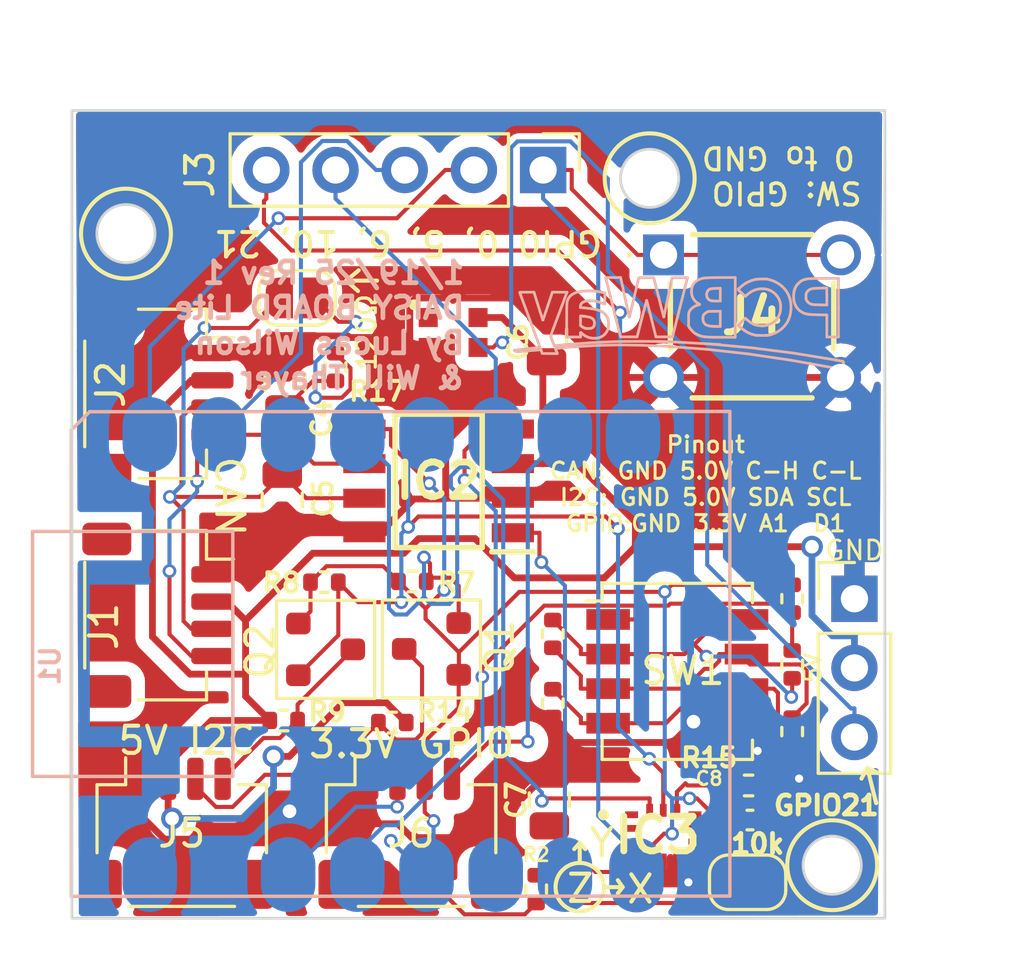
<source format=kicad_pcb>
(kicad_pcb (version 20240108) (generator "pcbnew") (generator_version "8.0")
  (layers (0 "F.Cu" signal) (31 "B.Cu" signal) (34 "B.Paste" user) (35 "F.Paste" user) (36 "B.SilkS" user "B.Silkscreen") (37 "F.SilkS" user "F.Silkscreen") (38 "B.Mask" user) (39 "F.Mask" user) (44 "Edge.Cuts" user))
  (net 0 "")
  (net 1 "GND")
  (net 2 "+5V")
  (net 3 "CANH")
  (net 4 "CANL")
  (net 5 "CANTX")
  (net 6 "+3.3V")
  (net 7 "CANRX")
  (net 8 "Net-(R1-Pad1)")
  (net 9 "DipV")
  (net 10 "A5_GPIO5_MISO")
  (net 11 "PWM")
  (net 12 "GPIO6_MOSI")
  (net 13 "Net-(R10-Pad1)")
  (net 14 "Net-(R11-Pad1)")
  (net 15 "GPIO_1")
  (net 16 "GPIO_A")
  (net 17 "SDA")
  (net 18 "SCL")
  (net 19 "GPIO_2")
  (net 20 "/SCL5")
  (net 21 "/SDA5")
  (net 24 "Net-(IC3-CS)")
  (net 30 "GPIO21_TX")
  (net 31 "Net-(JP1-A)")
  (net 33 "A0_GPIO0")
  (net 34 "GPIO10")
  (net 35 "Net-(JP2-B)")
  (footprint "Resistor_SMD:R_0402_1005Metric" (layer "F.Cu") (at 103.759 88.771 -90)
    (property "Reference" "R13" (hide yes))
    (property "Value" "10k")
    (pad "1" smd roundrect (at -0.51 0 270) (size 0.54 0.64) (layers "F.Cu" "F.Paste" "F.Mask") (net 6 "+3.3V"))
    (pad "2" smd roundrect (at 0.51 0 270) (size 0.54 0.64) (layers "F.Cu" "F.Paste" "F.Mask") (net 9 "DipV"))
  )
  (footprint "Connector_JST:JST_SH_SM04B-SRSS-TB_1x04-1MP_P1.00mm_Horizontal" (layer "F.Cu") (at 81.3502 97.3882)
    (property "Reference" "J5" (at 0 0 0) (layer "F.SilkS"))
    (property "Value" "SM04B-SRSS-TB")
    (pad "1" smd roundrect (at -1.5 -2) (size 0.6 1.55) (layers "F.Cu" "F.Paste" "F.Mask") (net 1 "GND"))
    (pad "2" smd roundrect (at -0.5 -2) (size 0.6 1.55) (layers "F.Cu" "F.Paste" "F.Mask") (net 2 "+5V"))
    (pad "3" smd roundrect (at 0.5 -2) (size 0.6 1.55) (layers "F.Cu" "F.Paste" "F.Mask") (net 21 "/SDA5"))
    (pad "4" smd roundrect (at 1.5 -2) (size 0.6 1.55) (layers "F.Cu" "F.Paste" "F.Mask") (net 20 "/SCL5"))
    (pad "MP" smd roundrect (at -2.8 1.875) (size 1.2 1.8) (layers "F.Cu" "F.Paste" "F.Mask") (roundrect_rratio 0.208333))
    (pad "MP" smd roundrect (at 2.8 1.875) (size 1.2 1.8) (layers "F.Cu" "F.Paste" "F.Mask") (roundrect_rratio 0.208333))
  )
  (footprint "SamacSys_Parts:TS026660BK160LCRD" (layer "F.Cu") (at 99.037 76.145)
    (property "Reference" "J4" (at 3.25 2.25 0) (layer "F.SilkS") (effects (font (size 1.27 1.27) (thickness 0.254))))
    (property "Value" "TS02-66-60-BK-160-LCR-D" (hide yes))
    (pad "1" thru_hole rect (at 0 0) (size 1.5 1.5) (drill 1) (layers "*.Cu" "*.Mask") (net 33 "A0_GPIO0"))
    (pad "2" thru_hole circle (at 6.5 0) (size 1.5 1.5) (drill 1) (layers "*.Cu" "*.Mask") (net 33 "A0_GPIO0"))
    (pad "3" thru_hole circle (at 0 4.5) (size 1.5 1.5) (drill 1) (layers "*.Cu" "*.Mask") (net 1 "GND"))
    (pad "4" thru_hole circle (at 6.5 4.5) (size 1.5 1.5) (drill 1) (layers "*.Cu" "*.Mask") (net 1 "GND"))
  )
  (footprint "Resistor_SMD:R_0402_1005Metric" (layer "F.Cu") (at 85.092 93.2434 180)
    (property "Reference" "R9" (at -1.5982 0.3048 0) (layer "F.SilkS") (effects (font (size 0.7 0.7))))
    (property "Value" "10k")
    (pad "1" smd roundrect (at -0.51 0 180) (size 0.54 0.64) (layers "F.Cu" "F.Paste" "F.Mask") (net 20 "/SCL5"))
    (pad "2" smd roundrect (at 0.51 0 180) (size 0.54 0.64) (layers "F.Cu" "F.Paste" "F.Mask") (net 2 "+5V"))
  )
  (footprint "Resistor_SMD:R_0402_1005Metric" (layer "F.Cu") (at 103.759 93.6518 90)
    (property "Reference" "R11" (hide yes))
    (property "Value" "4.7k")
    (pad "1" smd roundrect (at -0.51 0 90) (size 0.54 0.64) (layers "F.Cu" "F.Paste" "F.Mask") (net 14 "Net-(R11-Pad1)"))
    (pad "2" smd roundrect (at 0.51 0 90) (size 0.54 0.64) (layers "F.Cu" "F.Paste" "F.Mask") (net 13 "Net-(R10-Pad1)"))
  )
  (footprint "Connector_PinHeader_2.54mm:PinHeader_1x03_P2.54mm_Vertical" (layer "F.Cu") (at 106.045 88.773)
    (property "Reference" "J8" (hide yes))
    (property "Value" "Conn_01x03_Pin")
    (pad "1" thru_hole rect (at 0 0) (size 1.7 1.7) (drill 1) (layers "*.Cu" "*.Mask") (net 1 "GND"))
    (pad "2" thru_hole oval (at 0 2.54) (size 1.7 1.7) (drill 1) (layers "*.Cu" "*.Mask") (net 2 "+5V"))
    (pad "3" thru_hole oval (at 0 5.079999) (size 1.7 1.7) (drill 1) (layers "*.Cu" "*.Mask") (net 19 "GPIO_2"))
  )
  (footprint "Resistor_SMD:R_0402_1005Metric" (layer "F.Cu") (at 94.361 99.439001 -90)
    (property "Reference" "R2" (at -1.268001 0 0) (layer "F.SilkS") (effects (font (size 0.5 0.5) (thickness 0.1) (bold yes))))
    (property "Value" "10k 1%")
    (pad "1" smd roundrect (at -0.509999 0 270) (size 0.54 0.64) (layers "F.Cu" "F.Paste" "F.Mask") (net 35 "Net-(JP2-B)"))
    (pad "2" smd roundrect (at 0.509999 0 270) (size 0.54 0.64) (layers "F.Cu" "F.Paste" "F.Mask") (net 16 "GPIO_A"))
  )
  (footprint "PCM_Package_TO_SOT_SMD_AKL:SOT-23" (layer "F.Cu") (at 86.63 90.6322)
    (property "Reference" "Q2" (at -2.403599 0.0762 90) (layer "F.SilkS"))
    (property "Value" "BSS138" (hide yes))
    (pad "1" smd roundrect (at -1 -0.95) (size 0.9 0.8) (layers "F.Cu" "F.Paste" "F.Mask") (net 6 "+3.3V"))
    (pad "2" smd roundrect (at -1 0.95) (size 0.9 0.8) (layers "F.Cu" "F.Paste" "F.Mask") (net 18 "SCL"))
    (pad "3" smd roundrect (at 1 0) (size 0.9 0.8) (layers "F.Cu" "F.Paste" "F.Mask") (net 20 "/SCL5"))
  )
  (footprint "Resistor_SMD:R_0402_1005Metric" (layer "F.Cu") (at 86.995 80.262 90)
    (property "Reference" "R17" (at -0.890999 1.524 180) (layer "F.SilkS") (effects (font (size 0.7 0.7))))
    (property "Value" "120")
    (pad "1" smd roundrect (at -0.509999 0 90) (size 0.54 0.64) (layers "F.Cu" "F.Paste" "F.Mask") (net 4 "CANL"))
    (pad "2" smd roundrect (at 0.509999 0 90) (size 0.54 0.64) (layers "F.Cu" "F.Paste" "F.Mask") (net 31 "Net-(JP1-A)"))
  )
  (footprint "SamacSys_Parts:LSM6DS3USTR" (layer "F.Cu") (at 99.0266 97.4574)
    (property "Reference" "IC3" (at -0.209 0 0) (layer "F.SilkS") (effects (font (size 1.27 1.27) (thickness 0.254))))
    (property "Value" "LSM6DS3TR-C" (hide yes))
    (pad "1" smd rect (at -1.163 -0.75 90) (size 0.25 0.475) (layers "F.Cu" "F.Paste" "F.Mask"))
    (pad "2" smd rect (at -1.163 -0.25 90) (size 0.25 0.475) (layers "F.Cu" "F.Paste" "F.Mask"))
    (pad "3" smd rect (at -1.163 0.25 90) (size 0.25 0.475) (layers "F.Cu" "F.Paste" "F.Mask"))
    (pad "4" smd rect (at -1.163 0.75 90) (size 0.25 0.475) (layers "F.Cu" "F.Paste" "F.Mask"))
    (pad "5" smd rect (at -0.5 0.912) (size 0.25 0.475) (layers "F.Cu" "F.Paste" "F.Mask") (net 6 "+3.3V"))
    (pad "6" smd rect (at 0 0.912) (size 0.25 0.475) (layers "F.Cu" "F.Paste" "F.Mask") (net 1 "GND"))
    (pad "7" smd rect (at 0.5 0.912) (size 0.25 0.475) (layers "F.Cu" "F.Paste" "F.Mask") (net 1 "GND"))
    (pad "8" smd rect (at 1.163 0.75 90) (size 0.25 0.475) (layers "F.Cu" "F.Paste" "F.Mask") (net 6 "+3.3V"))
    (pad "9" smd rect (at 1.163 0.25 90) (size 0.25 0.475) (layers "F.Cu" "F.Paste" "F.Mask"))
    (pad "10" smd rect (at 1.163 -0.25 90) (size 0.25 0.475) (layers "F.Cu" "F.Paste" "F.Mask"))
    (pad "11" smd rect (at 1.163 -0.75 90) (size 0.25 0.475) (layers "F.Cu" "F.Paste" "F.Mask"))
    (pad "12" smd rect (at 0.5 -0.912) (size 0.25 0.475) (layers "F.Cu" "F.Paste" "F.Mask") (net 24 "Net-(IC3-CS)"))
    (pad "13" smd rect (at 0 -0.912) (size 0.25 0.475) (layers "F.Cu" "F.Paste" "F.Mask") (net 18 "SCL"))
    (pad "14" smd rect (at -0.5 -0.912) (size 0.25 0.475) (layers "F.Cu" "F.Paste" "F.Mask") (net 17 "SDA"))
  )
  (footprint "Resistor_SMD:R_0402_1005Metric" (layer "F.Cu") (at 89.0798 93.3196)
    (property "Reference" "R14" (at 1.9284 -0.381 0) (layer "F.SilkS") (effects (font (size 0.7 0.7))))
    (property "Value" "10k")
    (pad "1" smd roundrect (at -0.51 0) (size 0.54 0.64) (layers "F.Cu" "F.Paste" "F.Mask") (net 21 "/SDA5"))
    (pad "2" smd roundrect (at 0.51 0) (size 0.54 0.64) (layers "F.Cu" "F.Paste" "F.Mask") (net 2 "+5V"))
  )
  (footprint "Connector_JST:JST_SH_SM04B-SRSS-TB_1x04-1MP_P1.00mm_Horizontal" (layer "F.Cu") (at 80.4738 81.25 -90)
    (property "Reference" "J2" (at -0.351 1.7338 90) (layer "F.SilkS"))
    (property "Value" "SM04B-SRSS-TB")
    (pad "1" smd roundrect (at -1.5 -2 270) (size 0.6 1.55) (layers "F.Cu" "F.Paste" "F.Mask") (net 1 "GND"))
    (pad "2" smd roundrect (at -0.5 -2 270) (size 0.6 1.55) (layers "F.Cu" "F.Paste" "F.Mask") (net 2 "+5V"))
    (pad "3" smd roundrect (at 0.5 -2 270) (size 0.6 1.55) (layers "F.Cu" "F.Paste" "F.Mask") (net 3 "CANH"))
    (pad "4" smd roundrect (at 1.5 -2 270) (size 0.6 1.55) (layers "F.Cu" "F.Paste" "F.Mask") (net 4 "CANL"))
    (pad "MP" smd roundrect (at -2.8 1.875 270) (size 1.2 1.8) (layers "F.Cu" "F.Paste" "F.Mask") (roundrect_rratio 0.208333))
    (pad "MP" smd roundrect (at 2.8 1.875 270) (size 1.2 1.8) (layers "F.Cu" "F.Paste" "F.Mask") (roundrect_rratio 0.208333))
  )
  (footprint "Jumper:SolderJumper-2_P1.3mm_Open_RoundedPad1.0x1.5mm" (layer "F.Cu") (at 102.122999 99.187 180)
    (property "Reference" "JP2" (hide yes))
    (property "Value" "SolderJumper_2_Open")
    (pad "1" smd custom (at -0.649999 0 180) (size 1 0.5) (layers "F.Cu" "F.Mask") (net 1 "GND") (options (clearance outline) (anchor rect)) (primitives (gr_circle (center 0 0.25) (end 0.5 0.25) (width 0) (fill yes)) (gr_circle (center 0 -0.25) (end 0.5 -0.25) (width 0) (fill yes)) (gr_poly (pts (xy 0.5 0.75) (xy 0 0.75) (xy 0 -0.75) (xy 0.5 -0.75)) (width 0) (fill yes))))
    (pad "2" smd custom (at 0.649999 0 180) (size 1 0.5) (layers "F.Cu" "F.Mask") (net 35 "Net-(JP2-B)") (options (clearance outline) (anchor rect)) (primitives (gr_circle (center 0 0.25) (end 0.5 0.25) (width 0) (fill yes)) (gr_circle (center 0 -0.25) (end 0.5 -0.25) (width 0) (fill yes)) (gr_poly (pts (xy 0 0.75) (xy -0.5 0.75) (xy -0.5 -0.75) (xy 0 -0.75)) (width 0) (fill yes))))
  )
  (footprint "Resistor_SMD:R_0402_1005Metric" (layer "F.Cu") (at 103.759 91.186 90)
    (property "Reference" "R1" (hide yes))
    (property "Value" "22k")
    (pad "1" smd roundrect (at -0.51 0 90) (size 0.54 0.64) (layers "F.Cu" "F.Paste" "F.Mask") (net 8 "Net-(R1-Pad1)"))
    (pad "2" smd roundrect (at 0.51 0 90) (size 0.54 0.64) (layers "F.Cu" "F.Paste" "F.Mask") (net 9 "DipV"))
  )
  (footprint "Resistor_SMD:R_0402_1005Metric" (layer "F.Cu") (at 86.5866 88.1634 180)
    (property "Reference" "R8" (at 1.5728 -0.0254 0) (layer "F.SilkS") (effects (font (size 0.7 0.7))))
    (property "Value" "10k")
    (pad "1" smd roundrect (at -0.51 0 180) (size 0.54 0.64) (layers "F.Cu" "F.Paste" "F.Mask") (net 18 "SCL"))
    (pad "2" smd roundrect (at 0.51 0 180) (size 0.54 0.64) (layers "F.Cu" "F.Paste" "F.Mask") (net 6 "+3.3V"))
  )
  (footprint "PCM_Package_TO_SOT_SMD_AKL:SOT-23" (layer "F.Cu") (at 90.5162 90.617 180)
    (property "Reference" "Q1" (at -2.4986 0.061001 90) (layer "F.SilkS"))
    (property "Value" "BSS138" (hide yes))
    (pad "1" smd roundrect (at -1 -0.95 180) (size 0.9 0.8) (layers "F.Cu" "F.Paste" "F.Mask") (net 6 "+3.3V"))
    (pad "2" smd roundrect (at -1 0.95 180) (size 0.9 0.8) (layers "F.Cu" "F.Paste" "F.Mask") (net 17 "SDA"))
    (pad "3" smd roundrect (at 1 0 180) (size 0.9 0.8) (layers "F.Cu" "F.Paste" "F.Mask") (net 21 "/SDA5"))
  )
  (footprint "SamacSys_Parts:SOIC127P600X175-8N" (layer "F.Cu") (at 90.7796 84.4448 180)
    (property "Reference" "IC2" (at 0 0 180) (layer "F.SilkS") (effects (font (size 1.27 1.27) (thickness 0.254))))
    (property "Value" "TJA1050T_CM" (hide yes))
    (pad "1" smd rect (at -2.725 -1.905 270) (size 0.7 1.55) (layers "F.Cu" "F.Paste" "F.Mask") (net 5 "CANTX"))
    (pad "2" smd rect (at -2.725 -0.635 270) (size 0.7 1.55) (layers "F.Cu" "F.Paste" "F.Mask") (net 1 "GND"))
    (pad "3" smd rect (at -2.725 0.635 270) (size 0.7 1.55) (layers "F.Cu" "F.Paste" "F.Mask") (net 2 "+5V"))
    (pad "4" smd rect (at -2.725 1.905 270) (size 0.7 1.55) (layers "F.Cu" "F.Paste" "F.Mask") (net 7 "CANRX"))
    (pad "5" smd rect (at 2.725 1.905 270) (size 0.7 1.55) (layers "F.Cu" "F.Paste" "F.Mask") (net 6 "+3.3V"))
    (pad "6" smd rect (at 2.725 0.635 270) (size 0.7 1.55) (layers "F.Cu" "F.Paste" "F.Mask") (net 4 "CANL"))
    (pad "7" smd rect (at 2.725 -0.635 270) (size 0.7 1.55) (layers "F.Cu" "F.Paste" "F.Mask") (net 3 "CANH"))
    (pad "8" smd rect (at 2.725 -1.905 270) (size 0.7 1.55) (layers "F.Cu" "F.Paste" "F.Mask") (net 1 "GND"))
  )
  (footprint "Capacitor_SMD:C_0805_2012Metric" (layer "F.Cu") (at 94.8436 96.1644 90)
    (property "Reference" "C7" (at 0 -1.2192 90) (layer "F.SilkS") (effects (font (size 0.7 0.7))))
    (property "Value" "100nF")
    (pad "1" smd roundrect (at -0.949999 0 90) (size 1 1.45) (layers "F.Cu" "F.Paste" "F.Mask") (net 6 "+3.3V"))
    (pad "2" smd roundrect (at 0.949999 0 90) (size 1 1.45) (layers "F.Cu" "F.Paste" "F.Mask") (net 1 "GND"))
  )
  (footprint "Connector_PinHeader_2.54mm:PinHeader_1x05_P2.54mm_Vertical" (layer "F.Cu") (at 94.615 73.025 -90)
    (property "Reference" "J3" (at 0.1524 12.5984 -90) (layer "F.SilkS"))
    (property "Value" "Conn_01x04_Pin")
    (pad "1" thru_hole rect (at 0 0 270) (size 1.7 1.7) (drill 1) (layers "*.Cu" "*.Mask") (net 33 "A0_GPIO0"))
    (pad "2" thru_hole oval (at 0 2.54 270) (size 1.7 1.7) (drill 1) (layers "*.Cu" "*.Mask") (net 10 "A5_GPIO5_MISO"))
    (pad "3" thru_hole oval (at 0 5.079999 270) (size 1.7 1.7) (drill 1) (layers "*.Cu" "*.Mask") (net 12 "GPIO6_MOSI"))
    (pad "4" thru_hole oval (at 0 7.62 270) (size 1.7 1.7) (drill 1) (layers "*.Cu" "*.Mask") (net 34 "GPIO10"))
    (pad "5" thru_hole oval (at 0 10.16 270) (size 1.7 1.7) (drill 1) (layers "*.Cu" "*.Mask") (net 30 "GPIO21_TX"))
  )
  (footprint "Capacitor_SMD:C_0402_1005Metric" (layer "F.Cu") (at 102.2096 96.901 180)
    (property "Reference" "C8" (at 1.4986 1.524 0) (layer "F.SilkS") (effects (font (size 0.5 0.5) (thickness 0.1) (bold yes))))
    (property "Value" "100nF")
    (pad "1" smd roundrect (at -0.48 0 180) (size 0.56 0.62) (layers "F.Cu" "F.Paste" "F.Mask") (net 6 "+3.3V"))
    (pad "2" smd roundrect (at 0.48 0 180) (size 0.56 0.62) (layers "F.Cu" "F.Paste" "F.Mask") (net 1 "GND"))
  )
  (footprint "Resistor_SMD:R_0402_1005Metric" (layer "F.Cu") (at 94.9706 92.6064 90)
    (property "Reference" "R12" (hide yes))
    (property "Value" "2.2k")
    (pad "1" smd roundrect (at -0.51 0 90) (size 0.54 0.64) (layers "F.Cu" "F.Paste" "F.Mask") (net 1 "GND"))
    (pad "2" smd roundrect (at 0.51 0 90) (size 0.54 0.64) (layers "F.Cu" "F.Paste" "F.Mask") (net 14 "Net-(R11-Pad1)"))
  )
  (footprint "Jumper:SolderJumper-2_P1.3mm_Open_RoundedPad1.0x1.5mm" (layer "F.Cu") (at 85.583 77.724 180)
    (property "Reference" "JP1" (hide yes))
    (property "Value" "SolderJumper_2_Open")
    (pad "1" smd custom (at -0.649999 0 180) (size 1 0.5) (layers "F.Cu" "F.Mask") (net 31 "Net-(JP1-A)") (options (clearance outline) (anchor rect)) (primitives (gr_circle (center 0 0.25) (end 0.5 0.25) (width 0) (fill yes)) (gr_circle (center 0 -0.25) (end 0.5 -0.25) (width 0) (fill yes)) (gr_poly (pts (xy 0.5 0.75) (xy 0 0.75) (xy 0 -0.75) (xy 0.5 -0.75)) (width 0) (fill yes))))
    (pad "2" smd custom (at 0.649999 0 180) (size 1 0.5) (layers "F.Cu" "F.Mask") (net 3 "CANH") (options (clearance outline) (anchor rect)) (primitives (gr_circle (center 0 0.25) (end 0.5 0.25) (width 0) (fill yes)) (gr_circle (center 0 -0.25) (end 0.5 -0.25) (width 0) (fill yes)) (gr_poly (pts (xy 0 0.75) (xy -0.5 0.75) (xy -0.5 -0.75) (xy 0 -0.75)) (width 0) (fill yes))))
  )
  (footprint "Resistor_SMD:R_0402_1005Metric" (layer "F.Cu") (at 89.8144 88.138 180)
    (property "Reference" "R7" (at -1.6256 -0.0508 0) (layer "F.SilkS") (effects (font (size 0.7 0.7))))
    (property "Value" "10k")
    (pad "1" smd roundrect (at -0.51 0 180) (size 0.54 0.64) (layers "F.Cu" "F.Paste" "F.Mask") (net 17 "SDA"))
    (pad "2" smd roundrect (at 0.51 0 180) (size 0.54 0.64) (layers "F.Cu" "F.Paste" "F.Mask") (net 6 "+3.3V"))
  )
  (footprint "Capacitor_SMD:C_0805_2012Metric" (layer "F.Cu") (at 85.1408 80.8482 -90)
    (property "Reference" "C4" (at 1.3208 -1.3462 90) (layer "F.SilkS") (effects (font (size 0.7 0.7))))
    (property "Value" "30pF")
    (pad "1" smd roundrect (at -0.949999 0 270) (size 1 1.45) (layers "F.Cu" "F.Paste" "F.Mask") (net 1 "GND"))
    (pad "2" smd roundrect (at 0.949999 0 270) (size 1 1.45) (layers "F.Cu" "F.Paste" "F.Mask") (net 4 "CANL"))
  )
  (footprint "Capacitor_SMD:C_0805_2012Metric" (layer "F.Cu") (at 94.742 79.121 90)
    (property "Reference" "C6" (at -0.218401 -1.0414 90) (layer "F.SilkS") (effects (font (size 0.7 0.7))))
    (property "Value" "100nF")
    (pad "1" smd roundrect (at -0.949999 0 90) (size 1 1.45) (layers "F.Cu" "F.Paste" "F.Mask") (net 2 "+5V"))
    (pad "2" smd roundrect (at 0.949999 0 90) (size 1 1.45) (layers "F.Cu" "F.Paste" "F.Mask") (net 1 "GND"))
  )
  (footprint "Connector_JST:JST_SH_SM04B-SRSS-TB_1x04-1MP_P1.00mm_Horizontal" (layer "F.Cu") (at 80.4738 89.378 -90)
    (property "Reference" "J1" (at 0.411 1.9878 90) (layer "F.SilkS"))
    (property "Value" "SM04B-SRSS-TB")
    (pad "1" smd roundrect (at -1.5 -2 270) (size 0.6 1.55) (layers "F.Cu" "F.Paste" "F.Mask") (net 1 "GND"))
    (pad "2" smd roundrect (at -0.5 -2 270) (size 0.6 1.55) (layers "F.Cu" "F.Paste" "F.Mask") (net 2 "+5V"))
    (pad "3" smd roundrect (at 0.5 -2 270) (size 0.6 1.55) (layers "F.Cu" "F.Paste" "F.Mask") (net 3 "CANH"))
    (pad "4" smd roundrect (at 1.5 -2 270) (size 0.6 1.55) (layers "F.Cu" "F.Paste" "F.Mask") (net 4 "CANL"))
    (pad "MP" smd roundrect (at -2.8 1.875 270) (size 1.2 1.8) (layers "F.Cu" "F.Paste" "F.Mask") (roundrect_rratio 0.208333))
    (pad "MP" smd roundrect (at 2.8 1.875 270) (size 1.2 1.8) (layers "F.Cu" "F.Paste" "F.Mask") (roundrect_rratio 0.208333))
  )
  (footprint "Resistor_SMD:R_0402_1005Metric" (layer "F.Cu") (at 102.1588 95.631)
    (property "Reference" "R15" (at -1.4478 -1.016 360) (layer "F.SilkS") (effects (font (size 0.7 0.7))))
    (property "Value" "10k")
    (pad "1" smd roundrect (at -0.509999 0) (size 0.54 0.64) (layers "F.Cu" "F.Paste" "F.Mask") (net 24 "Net-(IC3-CS)"))
    (pad "2" smd roundrect (at 0.509999 0) (size 0.54 0.64) (layers "F.Cu" "F.Paste" "F.Mask") (net 6 "+3.3V"))
  )
  (footprint "Capacitor_SMD:C_0805_2012Metric" (layer "F.Cu") (at 85.0392 85.151 -90)
    (property "Reference" "C5" (at -0.061 -1.4986 90) (layer "F.SilkS") (effects (font (size 0.7 0.7))))
    (property "Value" "30pF")
    (pad "1" smd roundrect (at -0.949999 0 270) (size 1 1.45) (layers "F.Cu" "F.Paste" "F.Mask") (net 3 "CANH"))
    (pad "2" smd roundrect (at 0.949999 0 270) (size 1 1.45) (layers "F.Cu" "F.Paste" "F.Mask") (net 1 "GND"))
  )
  (footprint "Connector_JST:JST_SH_SM04B-SRSS-TB_1x04-1MP_P1.00mm_Horizontal" (layer "F.Cu") (at 89.7696 97.3882)
    (property "Reference" "J6" (at 0 0 0) (layer "F.SilkS"))
    (property "Value" "SM04B-SRSS-TB")
    (pad "1" smd roundrect (at -1.5 -2) (size 0.6 1.55) (layers "F.Cu" "F.Paste" "F.Mask") (net 1 "GND"))
    (pad "2" smd roundrect (at -0.5 -2) (size 0.6 1.55) (layers "F.Cu" "F.Paste" "F.Mask") (net 6 "+3.3V"))
    (pad "3" smd roundrect (at 0.5 -2) (size 0.6 1.55) (layers "F.Cu" "F.Paste" "F.Mask") (net 16 "GPIO_A"))
    (pad "4" smd roundrect (at 1.5 -2) (size 0.6 1.55) (layers "F.Cu" "F.Paste" "F.Mask") (net 15 "GPIO_1"))
    (pad "MP" smd roundrect (at -2.8 1.875) (size 1.2 1.8) (layers "F.Cu" "F.Paste" "F.Mask") (roundrect_rratio 0.208333))
    (pad "MP" smd roundrect (at 2.8 1.875) (size 1.2 1.8) (layers "F.Cu" "F.Paste" "F.Mask") (roundrect_rratio 0.208333))
  )
  (footprint "Resistor_SMD:R_0402_1005Metric" (layer "F.Cu") (at 94.9706 90.0644 90)
    (property "Reference" "R10" (hide yes))
    (property "Value" "10k")
    (pad "1" smd roundrect (at -0.51 0 90) (size 0.54 0.64) (layers "F.Cu" "F.Paste" "F.Mask") (net 13 "Net-(R10-Pad1)"))
    (pad "2" smd roundrect (at 0.51 0 90) (size 0.54 0.64) (layers "F.Cu" "F.Paste" "F.Mask") (net 8 "Net-(R1-Pad1)"))
  )
  (footprint "Button_Switch_SMD:SW_DIP_SPSTx04_Slide_Copal_CHS-04A_W5.08mm_P1.27mm_JPin" (layer "F.Cu") (at 99.5426 91.44)
    (property "Reference" "SW1" (at 0.2032 -0.0254 0) (layer "F.SilkS"))
    (property "Value" "DSHP04TJGER")
    (pad "1" smd rect (at -2.54 -1.905) (size 1.6 0.76) (layers "F.Cu" "F.Paste" "F.Mask") (net 9 "DipV"))
    (pad "2" smd rect (at -2.54 -0.635) (size 1.6 0.76) (layers "F.Cu" "F.Paste" "F.Mask") (net 8 "Net-(R1-Pad1)"))
    (pad "3" smd rect (at -2.54 0.635) (size 1.6 0.76) (layers "F.Cu" "F.Paste" "F.Mask") (net 13 "Net-(R10-Pad1)"))
    (pad "4" smd rect (at -2.54 1.905) (size 1.6 0.76) (layers "F.Cu" "F.Paste" "F.Mask") (net 14 "Net-(R11-Pad1)"))
    (pad "5" smd rect (at 2.54 1.905) (size 1.6 0.76) (layers "F.Cu" "F.Paste" "F.Mask") (net 1 "GND"))
    (pad "6" smd rect (at 2.54 0.635) (size 1.6 0.76) (layers "F.Cu" "F.Paste" "F.Mask") (net 14 "Net-(R11-Pad1)"))
    (pad "7" smd rect (at 2.54 -0.635) (size 1.6 0.76) (layers "F.Cu" "F.Paste" "F.Mask") (net 13 "Net-(R10-Pad1)"))
    (pad "8" smd rect (at 2.54 -1.905) (size 1.6 0.76) (layers "F.Cu" "F.Paste" "F.Mask") (net 8 "Net-(R1-Pad1)"))
  )
  (footprint "SamacSys_Parts:WS2812C2020" (layer "F.Cu") (at 91.313 78.994 180)
    (property "Reference" "LED1" (hide yes))
    (property "Value" "WS2812C-2020" (hide yes))
    (pad "1" smd rect (at 0.915 0.55 270) (size 0.7 0.7) (layers "F.Cu" "F.Paste" "F.Mask"))
    (pad "2" smd rect (at 0.915 -0.55 270) (size 0.7 0.7) (layers "F.Cu" "F.Paste" "F.Mask") (net 1 "GND"))
    (pad "3" smd rect (at -0.915 -0.55 270) (size 0.7 0.7) (layers "F.Cu" "F.Paste" "F.Mask") (net 19 "GPIO_2"))
    (pad "4" smd rect (at -0.915 0.55 270) (size 0.7 0.7) (layers "F.Cu" "F.Paste" "F.Mask") (net 2 "+5V"))
  )
  (footprint "Arduino:ESP32-C3 16 Pin Super Mini" (layer "B.Cu") (at 98.2964 81.9039 -90)
    (property "Reference" "U1" (at 9.334499 21.780502 90) (layer "B.SilkS") (effects (font (size 0.7 0.7)) (justify mirror)))
    (property "Value" "MOUDLE-SEEEDUINO-XIAO-ESP32C3")
    (pad "1" smd roundrect (at 0.835 18.119999 270) (size 2.75 2) (layers "B.Cu" "B.Paste" "B.Mask") (roundrect_rratio 0.5) (net 10 "A5_GPIO5_MISO"))
    (pad "2" smd roundrect (at 0.835001 15.58 270) (size 2.75 2) (layers "B.Cu" "B.Paste" "B.Mask") (roundrect_rratio 0.5) (net 12 "GPIO6_MOSI"))
    (pad "3" smd roundrect (at 0.835 13.039999 270) (size 2.75 2) (layers "B.Cu" "B.Paste" "B.Mask") (roundrect_rratio 0.5) (net 11 "PWM"))
    (pad "4" smd roundrect (at 0.834999 10.499999 270) (size 2.75 2) (layers "B.Cu" "B.Paste" "B.Mask") (roundrect_rratio 0.5) (net 17 "SDA"))
    (pad "5" smd roundrect (at 0.835 7.96 270) (size 2.75 2) (layers "B.Cu" "B.Paste" "B.Mask") (roundrect_rratio 0.5) (net 18 "SCL"))
    (pad "6" smd roundrect (at 0.835001 5.42 270) (size 2.75 2) (layers "B.Cu" "B.Paste" "B.Mask") (roundrect_rratio 0.5) (net 34 "GPIO10"))
    (pad "7" smd roundrect (at 0.834999 2.880001 270) (size 2.75 2) (layers "B.Cu" "B.Paste" "B.Mask") (roundrect_rratio 0.5) (net 15 "GPIO_1"))
    (pad "8" smd roundrect (at 0.889 0.381 270) (size 2.75 2) (layers "B.Cu" "B.Paste" "B.Mask") (roundrect_rratio 0.5) (net 30 "GPIO21_TX"))
    (pad "9" smd roundrect (at 17.018 0.254 270) (size 2.75 2) (layers "B.Cu" "B.Paste" "B.Mask") (roundrect_rratio 0.5) (net 33 "A0_GPIO0"))
    (pad "10" smd roundrect (at 17.000001 2.879999 270) (size 2.75 2) (layers "B.Cu" "B.Paste" "B.Mask") (roundrect_rratio 0.5) (net 5 "CANTX"))
    (pad "11" smd roundrect (at 17 5.42 270) (size 2.75 2) (layers "B.Cu" "B.Paste" "B.Mask") (roundrect_rratio 0.5) (net 7 "CANRX"))
    (pad "12" smd roundrect (at 17 7.959998 270) (size 2.75 2) (layers "B.Cu" "B.Paste" "B.Mask") (roundrect_rratio 0.5) (net 16 "GPIO_A"))
    (pad "13" smd roundrect (at 17 10.500002 270) (size 2.75 2) (layers "B.Cu" "B.Paste" "B.Mask") (roundrect_rratio 0.5) (net 9 "DipV"))
    (pad "14" smd roundrect (at 17 13.04 270) (size 2.75 2) (layers "B.Cu" "B.Paste" "B.Mask") (roundrect_rratio 0.5) (net 6 "+3.3V"))
    (pad "15" smd roundrect (at 17.000001 15.579996 270) (size 2.75 2) (layers "B.Cu" "B.Paste" "B.Mask") (roundrect_rratio 0.5) (net 1 "GND"))
    (pad "16" smd roundrect (at 17.000002 18.12 270) (size 2.75 2) (layers "B.Cu" "B.Paste" "B.Mask") (roundrect_rratio 0.5) (net 2 "+5V"))
    (zone (net 0) (net_name "") (layer "B.Cu") (connect_pads (clearance 0)) (min_thickness 0.01)
      (keepout (tracks not_allowed) (vias not_allowed) (pads not_allowed) (copperpour not_allowed) (footprints allowed))
      (fill (thermal_gap 0.508) (thermal_bridge_width 0.508))
      (polygon (pts (xy 77.214398 94.222902) (xy 77.214399 96.0009) (xy 79.881399 96.000897) (xy 79.881397 94.2229)))
    )
    (zone (net 0) (net_name "") (layer "B.Cu") (connect_pads (clearance 0)) (min_thickness 0.01)
      (keepout (tracks not_allowed) (vias not_allowed) (pads not_allowed) (copperpour not_allowed) (footprints allowed))
      (fill (thermal_gap 0.508) (thermal_bridge_width 0.508))
      (polygon (pts (xy 77.214402 85.586898) (xy 77.2144 87.3649) (xy 79.881401 87.364901) (xy 79.881401 85.586901)))
    )
    (zone (net 0) (net_name "") (layer "B.Cu") (connect_pads (clearance 0)) (min_thickness 0.01)
      (keepout (tracks not_allowed) (vias not_allowed) (pads not_allowed) (copperpour not_allowed) (footprints allowed))
      (fill (thermal_gap 0.508) (thermal_bridge_width 0.508))
      (polygon (pts (xy 77.976401 88.253901) (xy 77.976399 93.460901) (xy 88.134399 93.460901) (xy 88.134399 88.253899)))
    )
    (zone (net 0) (net_name "") (layer "B.Cu") (connect_pads (clearance 0)) (min_thickness 0.01)
      (keepout (tracks not_allowed) (vias not_allowed) (pads not_allowed) (copperpour not_allowed) (footprints allowed))
      (fill (thermal_gap 0.508) (thermal_bridge_width 0.508))
      (polygon (pts (xy 81.2784 85.586899) (xy 81.2784 87.364899) (xy 83.9454 87.364899) (xy 83.945398 85.5869)))
    )
    (zone (net 0) (net_name "") (layer "B.Cu") (connect_pads (clearance 0)) (min_thickness 0.01)
      (keepout (tracks not_allowed) (vias not_allowed) (pads not_allowed) (copperpour not_allowed) (footprints allowed))
      (fill (thermal_gap 0.508) (thermal_bridge_width 0.508))
      (polygon (pts (xy 81.278401 94.222902) (xy 81.278401 96.0009) (xy 83.945401 96.000898) (xy 83.9454 94.222899)))
    )
    (zone (net 0) (net_name "") (layer "B.Cu") (connect_pads (clearance 0)) (min_thickness 0.01)
      (keepout (tracks not_allowed) (vias not_allowed) (pads not_allowed) (copperpour not_allowed) (footprints allowed))
      (fill (thermal_gap 0.508) (thermal_bridge_width 0.508))
      (polygon (pts (xy 84.759899 84.8884) (xy 84.759902 87.809402) (xy 88.6649 87.809398) (xy 88.6649 84.8884)))
    )
    (zone (net 0) (net_name "") (layer "B.Cu") (connect_pads (clearance 0)) (min_thickness 0.01)
      (keepout (tracks not_allowed) (vias not_allowed) (pads not_allowed) (copperpour not_allowed) (footprints allowed))
      (fill (thermal_gap 0.508) (thermal_bridge_width 0.508))
      (polygon (pts (xy 88.1364 89.895898) (xy 88.1364 93.959899) (xy 91.746401 93.959901) (xy 91.746399 89.895899)))
    )
  )
  (gr_line (start 102.693576 77.029259) (end 102.62362 77.029999) (stroke (width 0.1)) (layer "B.SilkS"))
  (gr_line (start 99.200053 77.697739) (end 99.14298 77.97348) (stroke (width 0.1)) (layer "B.SilkS"))
  (gr_arc (start 96.159635 79.117145) (mid 96.130102 79.099319) (end 96.101499 79.080035) (stroke (width 0.1)) (layer "B.SilkS"))
  (gr_line (start 105.379296 80.010152) (end 105.26014 79.988282) (stroke (width 0.1)) (layer "B.SilkS"))
  (gr_line (start 94.136879 78.553599) (end 94.494638 79.523757) (stroke (width 0.1)) (layer "B.SilkS"))
  (gr_line (start 94.956529 79.303226) (end 94.915435 79.195872) (stroke (width 0.1)) (layer "B.SilkS"))
  (gr_line (start 101.87129 77.320465) (end 101.791444 77.391479) (stroke (width 0.1)) (layer "B.SilkS"))
  (gr_line (start 105.26014 79.988282) (end 103.807898 79.750557) (stroke (width 0.1)) (layer "B.SilkS"))
  (gr_arc (start 103.091768 78.601455) (mid 103.040589 78.636241) (end 102.986378 78.666083) (stroke (width 0.1)) (layer "B.SilkS"))
  (gr_line (start 105.2449 79.159066) (end 105.45826 79.159066) (stroke (width 0.1)) (layer "B.SilkS"))
  (gr_arc (start 105.690242 80.36303) (mid 105.688085 80.364338) (end 105.685565 80.364526) (stroke (width 0.1)) (layer "B.SilkS"))
  (gr_line (start 95.9485 79.505023) (end 96.697668 79.464575) (stroke (width 0.1)) (layer "B.SilkS"))
  (gr_arc (start 100.619715 77.604854) (mid 100.622072 77.568195) (end 100.629338 77.532186) (stroke (width 0.1)) (layer "B.SilkS"))
  (gr_arc (start 104.429608 77.942347) (mid 104.398421 77.925989) (end 104.369266 77.906235) (stroke (width 0.1)) (layer "B.SilkS"))
  (gr_line (start 102.425659 79.093771) (end 102.480017 79.099317) (stroke (width 0.1)) (layer "B.SilkS"))
  (gr_line (start 93.787345 79.688907) (end 94.180165 79.656391) (stroke (width 0.1)) (layer "B.SilkS"))
  (gr_line (start 97.082051 77.663195) (end 97.186599 78.077026) (stroke (width 0.1)) (layer "B.SilkS"))
  (gr_line (start 94.541266 79.650341) (end 94.549731 79.672147) (stroke (width 0.1)) (layer "B.SilkS"))
  (gr_line (start 104.775 77.978) (end 104.605254 77.973125) (stroke (width 0.1)) (layer "B.SilkS"))
  (gr_line (start 99.365558 79.153986) (end 99.638126 78.077026) (stroke (width 0.1)) (layer "B.SilkS"))
  (gr_line (start 97.770405 78.404986) (end 97.729365 78.217107) (stroke (width 0.1)) (layer "B.SilkS"))
  (gr_line (start 104.580485 77.008073) (end 104.440591 77.01567) (stroke (width 0.1)) (layer "B.SilkS"))
  (gr_arc (start 96.915122 76.997521) (mid 96.91418 76.992481) (end 96.913821 76.987366) (stroke (width 0.1)) (layer "B.SilkS"))
  (gr_line (start 97.486731 77.091884) (end 97.476045 77.043246) (stroke (width 0.1)) (layer "B.SilkS"))
  (gr_line (start 99.638126 78.077026) (end 99.742638 77.663184) (stroke (width 0.1)) (layer "B.SilkS"))
  (gr_arc (start 100.508553 78.613907) (mid 100.490837 78.562512) (end 100.482286 78.508826) (stroke (width 0.1)) (layer "B.SilkS"))
  (gr_line (start 97.729365 78.217107) (end 97.683394 78.005415) (stroke (width 0.1)) (layer "B.SilkS"))
  (gr_arc (start 96.050978 78.784746) (mid 96.037587 78.776414) (end 96.024749 78.767254) (stroke (width 0.1)) (layer "B.SilkS"))
  (gr_line (start 98.362911 78.014256) (end 98.414683 77.820364) (stroke (width 0.1)) (layer "B.SilkS"))
  (gr_arc (start 95.504834 77.840211) (mid 95.519136 77.797241) (end 95.538399 77.756254) (stroke (width 0.1)) (layer "B.SilkS"))
  (gr_line (start 95.40667 77.74432) (end 95.490749 77.519704) (stroke (width 0.1)) (layer "B.SilkS"))
  (gr_arc (start 97.000085 78.510489) (mid 97.009285 78.549454) (end 97.014796 78.589109) (stroke (width 0.1)) (layer "B.SilkS"))
  (gr_arc (start 105.630935 80.065474) (mid 105.633718 80.069086) (end 105.635302 80.073364) (stroke (width 0.1)) (layer "B.SilkS"))
  (gr_line (start 95.325879 77.513405) (end 95.222998 77.513146) (stroke (width 0.1)) (layer "B.SilkS"))
  (gr_line (start 100.240853 79.053836) (end 100.308557 79.085913) (stroke (width 0.1)) (layer "B.SilkS"))
  (gr_line (start 100.617559 79.609567) (end 102.132822 79.778704) (stroke (width 0.1)) (layer "B.SilkS"))
  (gr_line (start 95.48114 78.541441) (end 95.48114 79.159066) (stroke (width 0.1)) (layer "B.SilkS"))
  (gr_line (start 98.470212 78.014223) (end 98.525454 78.22985) (stroke (width 0.1)) (layer "B.SilkS"))
  (gr_line (start 105.538924 80.339301) (end 105.616853 80.353027) (stroke (width 0.1)) (layer "B.SilkS"))
  (gr_line (start 105.616853 80.353027) (end 105.685565 80.364526) (stroke (width 0.1)) (layer "B.SilkS"))
  (gr_line (start 100.95992 77.373678) (end 101.11994 77.368478) (stroke (width 0.1)) (layer "B.SilkS"))
  (gr_arc (start 104.050103 78.201532) (mid 103.996541 78.155384) (end 103.948954 78.103095) (stroke (width 0.1)) (layer "B.SilkS"))
  (gr_arc (start 103.82739 77.844694) (mid 103.818636 77.795497) (end 103.813906 77.745752) (stroke (width 0.1)) (layer "B.SilkS"))
  (gr_line (start 103.858688 77.385787) (end 103.855542 77.394294) (stroke (width 0.1)) (layer "B.SilkS"))
  (gr_line (start 100.616313 78.254842) (end 100.686054 78.219266) (stroke (width 0.1)) (layer "B.SilkS"))
  (gr_arc (start 100.105536 77.700173) (mid 100.08731 77.654297) (end 100.074493 77.606626) (stroke (width 0.1)) (layer "B.SilkS"))
  (gr_arc (start 96.183019 78.844034) (mid 96.168189 78.84072) (end 96.15369 78.83617) (stroke (width 0.1)) (layer "B.SilkS"))
  (gr_line (start 100.835632 77.380819) (end 100.895839 77.376533) (stroke (width 0.1)) (layer "B.SilkS"))
  (gr_line (start 100.967921 77.838266) (end 100.884668 77.837458) (stroke (width 0.1)) (layer "B.SilkS"))
  (gr_line (start 100.902997 78.215715) (end 101.11994 78.212165) (stroke (width 0.1)) (layer "B.SilkS"))
  (gr_line (start 100.687002 76.982537) (end 100.582648 76.990458) (stroke (width 0.1)) (layer "B.SilkS"))
  (gr_line (start 98.233087 79.319528) (end 97.606273 79.321918) (stroke (width 0.1)) (layer "B.SilkS"))
  (gr_line (start 99.830657 77.312645) (end 99.909476 76.997541) (stroke (width 0.1)) (layer "B.SilkS"))
  (gr_line (start 95.98406 78.076213) (end 95.987027 78.031286) (stroke (width 0.1)) (layer "B.SilkS"))
  (gr_arc (start 102.365561 77.441898) (mid 102.433437 77.418242) (end 102.503404 77.401771) (stroke (width 0.1)) (layer "B.SilkS"))
  (gr_line (start 102.457393 77.037697) (end 102.416266 77.043164) (stroke (width 0.1)) (layer "B.SilkS"))
  (gr_arc (start 93.758699 77.530926) (mid 93.758991 77.524686) (end 93.763787 77.520708) (stroke (width 0.1)) (layer "B.SilkS"))
  (gr_line (start 94.506098 78.232618) (end 94.405579 77.91682) (stroke (width 0.1)) (layer "B.SilkS"))
  (gr_arc (start 96.8502 77.936862) (mid 96.839172 77.934707) (end 96.828334 77.93174) (stroke (width 0.1)) (layer "B.SilkS"))
  (gr_line (start 105.03154 77.678413) (end 105.03154 77.982534) (stroke (width 0.1)) (layer "B.SilkS"))
  (gr_arc (start 96.313907 77.828127) (mid 96.383632 77.826329) (end 96.453285 77.829974) (stroke (width 0.1)) (layer "B.SilkS"))
  (gr_line (start 102.034062 77.667797) (end 102.092702 77.617325) (stroke (width 0.1)) (layer "B.SilkS"))
  (gr_arc (start 102.819163 78.730406) (mid 102.78027 78.738) (end 102.740917 78.742654) (stroke (width 0.1)) (layer "B.SilkS"))
  (gr_arc (start 105.009138 77.361124) (mid 105.017604 77.362737) (end 105.024767 77.367519) (stroke (width 0.1)) (layer "B.SilkS"))
  (gr_arc (start 95.488604 77.935962) (mid 95.494458 77.887703) (end 95.504834 77.840211) (stroke (width 0.1)) (layer "B.SilkS"))
  (gr_line (start 99.956872 78.518986) (end 99.95662 78.747586) (stroke (width 0.1)) (layer "B.SilkS"))
  (gr_arc (start 100.121623 77.236139) (mid 100.145557 77.19849) (end 100.174354 77.164416) (stroke (width 0.1)) (layer "B.SilkS"))
  (gr_arc (start 95.638287 77.630322) (mid 95.661 77.612507) (end 95.684591 77.595872) (stroke (width 0.1)) (layer "B.SilkS"))
  (gr_line (start 97.21342 79.3307) (end 96.7422 79.351059) (stroke (width 0.1)) (layer "B.SilkS"))
  (gr_line (start 96.766305 77.912169) (end 96.801511 77.923723) (stroke (width 0.1)) (layer "B.SilkS"))
  (gr_line (start 101.817605 77.460749) (end 101.85858 77.502183) (stroke (width 0.1)) (layer "B.SilkS"))
  (gr_arc (start 96.538713 77.842404) (mid 96.58396 77.85261) (end 96.62866 77.864991) (stroke (width 0.1)) (layer "B.SilkS"))
  (gr_line (start 100.343761 77.969701) (end 100.328177 77.975325) (stroke (width 0.1)) (layer "B.SilkS"))
  (gr_arc (start 95.135435 79.764426) (mid 95.135615 79.765315) (end 95.1357 79.766219) (stroke (width 0.1)) (layer "B.SilkS"))
  (gr_line (start 102.721143 78.743422) (end 102.64394 78.746422) (stroke (width 0.1)) (layer "B.SilkS"))
  (gr_arc (start 95.568704 77.706655) (mid 95.584058 77.685752) (end 95.600848 77.665983) (stroke (width 0.1)) (layer "B.SilkS"))
  (gr_line (start 94.602558 78.531641) (end 94.506098 78.232618) (stroke (width 0.1)) (layer "B.SilkS"))
  (gr_line (start 94.55935 79.697601) (end 94.584022 79.763586) (stroke (width 0.1)) (layer "B.SilkS"))
  (gr_line (start 105.009138 77.361097) (end 105.009138 77.361124) (stroke (width 0.1)) (layer "B.SilkS"))
  (gr_arc (start 96.205418 77.838168) (mid 96.2402 77.832824) (end 96.275236 77.829526) (stroke (width 0.1)) (layer "B.SilkS"))
  (gr_line (start 99.14298 77.97348) (end 99.093908 78.206667) (stroke (width 0.1)) (layer "B.SilkS"))
  (gr_line (start 98.5901 78.485988) (end 98.75774 79.153986) (stroke (width 0.1)) (layer "B.SilkS"))
  (gr_arc (start 103.320354 77.898751) (mid 103.329243 77.942717) (end 103.333714 77.987349) (stroke (width 0.1)) (layer "B.SilkS"))
  (gr_arc (start 102.899108 79.089849) (mid 102.855342 79.09675) (end 102.811125 79.099563) (stroke (width 0.1)) (layer "B.SilkS"))
  (gr_line (start 100.686054 78.219266) (end 100.902997 78.215715) (stroke (width 0.1)) (layer "B.SilkS"))
  (gr_line (start 99.773871 76.976186) (end 99.629313 76.977045) (stroke (width 0.1)) (layer "B.SilkS"))
  (gr_line (start 96.013187 79.00857) (end 96.029601 79.021838) (stroke (width 0.1)) (layer "B.SilkS"))
  (gr_arc (start 104.320576 77.857487) (mid 104.307114 77.841051) (end 104.295158 77.823489) (stroke (width 0.1)) (layer "B.SilkS"))
  (gr_arc (start 95.907999 77.502067) (mid 96.017409 77.482572) (end 96.128233 77.474293) (stroke (width 0.1)) (layer "B.SilkS"))
  (gr_line (start 105.57452 80.045862) (end 105.485023 80.029511) (stroke (width 0.1)) (layer "B.SilkS"))
  (gr_line (start 100.890748 76.976512) (end 100.687002 76.982537) (stroke (width 0.1)) (layer "B.SilkS"))
  (gr_line (start 98.988277 78.2129) (end 98.928254 77.979644) (stroke (width 0.1)) (layer "B.SilkS"))
  (gr_arc (start 95.788763 77.540233) (mid 95.847592 77.518685) (end 95.907999 77.502067) (stroke (width 0.1)) (layer "B.SilkS"))
  (gr_line (start 104.350435 77.889996) (end 104.32959 77.86827) (stroke (width 0.1)) (layer "B.SilkS"))
  (gr_arc (start 100.655886 77.73792) (mid 100.639918 77.708901) (end 100.629029 77.677619) (stroke (width 0.1)) (layer "B.SilkS"))
  (gr_line (start 102.65918 79.102462) (end 102.780855 79.101204) (stroke (width 0.1)) (layer "B.SilkS"))
  (gr_line (start 96.391095 77.467567) (end 96.314038 77.466927) (stroke (width 0.1)) (layer "B.SilkS"))
  (gr_line (start 98.128811 76.979746) (end 97.959998 77.690946) (stroke (width 0.1)) (layer "B.SilkS"))
  (gr_arc (start 104.175011 78.276462) (mid 104.110485 78.242451) (end 104.050103 78.201532) (stroke (width 0.1)) (layer "B.SilkS"))
  (gr_line (start 102.80911 77.030179) (end 102.756652 77.029406) (stroke (width 0.1)) (layer "B.SilkS"))
  (gr_arc (start 103.889407 77.31696) (mid 103.895757 77.304903) (end 103.902678 77.293165) (stroke (width 0.1)) (layer "B.SilkS"))
  (gr_line (start 95.999079 78.99779) (end 96.013187 79.00857) (stroke (width 0.1)) (layer "B.SilkS"))
  (gr_arc (start 102.888963 77.424712) (mid 102.92689 77.439914) (end 102.96398 77.457058) (stroke (width 0.1)) (layer "B.SilkS"))
  (gr_line (start 96.88322 77.743249) (end 96.88322 77.544409) (stroke (width 0.1)) (layer "B.SilkS"))
  (gr_line (start 100.328177 77.975325) (end 100.309646 77.980809) (stroke (width 0.1)) (layer "B.SilkS"))
  (gr_line (start 96.02216 78.388049) (end 96.040962 78.389261) (stroke (width 0.1)) (layer "B.SilkS"))
  (gr_line (start 96.801511 77.923723) (end 96.828334 77.93174) (stroke (width 0.1)) (layer "B.SilkS"))
  (gr_line (start 102.811125 79.099563) (end 102.846499 79.097645) (stroke (width 0.1)) (layer "B.SilkS"))
  (gr_line (start 105.45826 79.159066) (end 105.45826 78.082106) (stroke (width 0.1)) (layer "B.SilkS"))
  (gr_arc (start 100.796727 77.828435) (mid 100.778943 77.82377) (end 100.761514 77.817917) (stroke (width 0.1)) (layer "B.SilkS"))
  (gr_line (start 95.489975 77.515276) (end 95.412486 77.514206) (stroke (width 0.1)) (layer "B.SilkS"))
  (gr_line (start 94.785061 78.0212) (end 94.719504 78.216311) (stroke (width 0.1)) (layer "B.SilkS"))
  (gr_arc (start 103.269183 77.760912) (mid 103.298428 77.828473) (end 103.320354 77.898751) (stroke (width 0.1)) (layer "B.SilkS"))
  (gr_line (start 95.2032 78.286375) (end 95.313668 77.9924) (stroke (width 0.1)) (layer "B.SilkS"))
  (gr_arc (start 104.369266 77.906235) (mid 104.359607 77.898398) (end 104.350435 77.889996) (stroke (width 0.1)) (layer "B.SilkS"))
  (gr_arc (start 104.001094 77.177269) (mid 104.031282 77.149485) (end 104.062677 77.123073) (stroke (width 0.1)) (layer "B.SilkS"))
  (gr_line (start 97.606273 79.321918) (end 97.21342 79.3307) (stroke (width 0.1)) (layer "B.SilkS"))
  (gr_line (start 93.686868 79.694734) (end 93.787345 79.688907) (stroke (width 0.1)) (layer "B.SilkS"))
  (gr_arc (start 96.908244 78.341996) (mid 96.938109 78.380709) (end 96.963812 78.422302) (stroke (width 0.1)) (layer "B.SilkS"))
  (gr_arc (start 101.7905 78.730622) (mid 101.791141 78.727004) (end 101.793054 78.723872) (stroke (width 0.1)) (layer "B.SilkS"))
  (gr_arc (start 97.014796 78.589109) (mid 97.018092 78.63874) (end 97.018932 78.688473) (stroke (width 0.1)) (layer "B.SilkS"))
  (gr_line (start 97.762566 79.153986) (end 98.065878 79.153986) (stroke (width 0.1)) (layer "B.SilkS"))
  (gr_arc (start 95.489975 77.515276) (mid 95.49089 77.515776) (end 95.4913 77.516755) (stroke (width 0.1)) (layer "B.SilkS"))
  (gr_line (start 105.485023 80.029511) (end 105.379296 80.010152) (stroke (width 0.1)) (layer "B.SilkS"))
  (gr_line (start 102.902529 79.089038) (end 102.963255 79.074646) (stroke (width 0.1)) (layer "B.SilkS"))
  (gr_line (start 100.878078 79.167612) (end 101.192137 79.169226) (stroke (width 0.1)) (layer "B.SilkS"))
  (gr_arc (start 105.692478 80.35622) (mid 105.692184 80.3599) (end 105.690242 80.36303) (stroke (width 0.1)) (layer "B.SilkS"))
  (gr_line (start 95.024829 79.479112) (end 94.956529 79.303226) (stroke (width 0.1)) (layer "B.SilkS"))
  (gr_arc (start 97.018932 78.688473) (mid 97.017324 78.73772) (end 97.013285 78.786827) (stroke (width 0.1)) (layer "B.SilkS"))
  (gr_arc (start 100.658029 77.468961) (mid 100.678674 77.442829) (end 100.703404 77.420524) (stroke (width 0.1)) (layer "B.SilkS"))
  (gr_line (start 97.460711 76.974666) (end 97.187206 76.974666) (stroke (width 0.1)) (layer "B.SilkS"))
  (gr_arc (start 95.600848 77.665983) (mid 95.618938 77.647492) (end 95.638287 77.630322) (stroke (width 0.1)) (layer "B.SilkS"))
  (gr_arc (start 96.222183 79.148787) (mid 96.190519 79.133738) (end 96.159635 79.117145) (stroke (width 0.1)) (layer "B.SilkS"))
  (gr_line (start 96.8502 77.936862) (end 96.88322 77.942089) (stroke (width 0.1)) (layer "B.SilkS"))
  (gr_line (start 104.638001 77.370421) (end 104.772588 77.364105) (stroke (width 0.1)) (layer "B.SilkS"))
  (gr_arc (start 100.356141 77.957893) (mid 100.357435 77.959443) (end 100.35793 77.961406) (stroke (width 0.1)) (layer "B.SilkS"))
  (gr_line (start 105.03154 78.348917) (end 105.03154 78.753991) (stroke (width 0.1)) (layer "B.SilkS"))
  (gr_arc (start 94.608237 78.533696) (mid 94.604876 78.534074) (end 94.602558 78.531641) (stroke (width 0.1)) (layer "B.SilkS"))
  (gr_arc (start 97.789239 78.405011) (mid 97.787532 78.411236) (end 97.785444 78.417343) (stroke (width 0.1)) (layer "B.SilkS"))
  (gr_line (start 101.11994 77.603372) (end 101.11994 77.838266) (stroke (width 0.1)) (layer "B.SilkS"))
  (gr_arc (start 96.963812 78.422302) (mid 96.984405 78.465385) (end 97.000085 78.510489) (stroke (width 0.1)) (layer "B.SilkS"))
  (gr_line (start 94.405579 77.91682) (end 94.299761 77.576646) (stroke (width 0.1)) (layer "B.SilkS"))
  (gr_arc (start 103.948954 78.103095) (mid 103.907976 78.045373) (end 103.874259 77.98313) (stroke (width 0.1)) (layer "B.SilkS"))
  (gr_arc (start 104.264835 77.700624) (mid 104.264853 77.651892) (end 104.267928 77.603258) (stroke (width 0.1)) (layer "B.SilkS"))
  (gr_arc (start 104.390812 77.423197) (mid 104.418395 77.408146) (end 104.447692 77.396786) (stroke (width 0.1)) (layer "B.SilkS"))
  (gr_arc (start 103.323191 78.217065) (mid 103.314662 78.26104) (end 103.301789 78.303946) (stroke (width 0.1)) (layer "B.SilkS"))
  (gr_arc (start 102.721143 78.743422) (mid 102.607541 78.745631) (end 102.494509 78.734061) (stroke (width 0.1)) (layer "B.SilkS"))
  (gr_line (start 96.84512 77.534404) (end 96.781101 77.51969) (stroke (width 0.1)) (layer "B.SilkS"))
  (gr_arc (start 100.227895 77.868814) (mid 100.19143 77.831371) (end 100.158731 77.790598) (stroke (width 0.1)) (layer "B.SilkS"))
  (gr_arc (start 96.501901 78.651066) (mid 96.498554 78.696136) (end 96.488155 78.740117) (stroke (width 0.1)) (layer "B.SilkS"))
  (gr_line (start 99.2505 79.330861) (end 98.859641 79.32201) (stroke (width 0.1)) (layer "B.SilkS"))
  (gr_line (start 101.783723 77.424846) (end 101.817605 77.460749) (stroke (width 0.1)) (layer "B.SilkS"))
  (gr_arc (start 96.775328 79.137619) (mid 96.721511 79.1651) (end 96.66478 79.185911) (stroke (width 0.1)) (layer "B.SilkS"))
  (gr_line (start 101.79952 78.750628) (end 101.799542 78.750603) (stroke (width 0.1)) (layer "B.SilkS"))
  (gr_line (start 99.90494 76.980262) (end 99.853275 76.977528) (stroke (width 0.1)) (layer "B.SilkS"))
  (gr_arc (start 103.813906 77.745752) (mid 103.812166 77.686523) (end 103.81334 77.627281) (stroke (width 0.1)) (layer "B.SilkS"))
  (gr_line (start 96.075354 78.392705) (end 96.115521 78.397194) (stroke (width 0.1)) (layer "B.SilkS"))
  (gr_line (start 101.85858 77.502183) (end 101.907201 77.548777) (stroke (width 0.1)) (layer "B.SilkS"))
  (gr_arc (start 96.479252 79.204606) (mid 96.427228 79.201586) (end 96.375461 79.195603) (stroke (width 0.1)) (layer "B.SilkS"))
  (gr_line (start 96.459053 77.46954) (end 96.391095 77.467567) (stroke (width 0.1)) (layer "B.SilkS"))
  (gr_arc (start 102.494509 78.734061) (mid 102.428877 78.719503) (end 102.365261 78.697767) (stroke (width 0.1)) (layer "B.SilkS"))
  (gr_arc (start 105.622158 80.058881) (mid 105.62672 80.061946) (end 105.630935 80.065474) (stroke (width 0.1)) (layer "B.SilkS"))
  (gr_line (start 104.98836 77.005233) (end 104.580485 77.008073) (stroke (width 0.1)) (layer "B.SilkS"))
  (gr_line (start 102.132822 79.778704) (end 103.725335 80.013798) (stroke (width 0.1)) (layer "B.SilkS"))
  (gr_arc (start 101.9579 77.249857) (mid 102.029708 77.199529) (end 102.105653 77.155693) (stroke (width 0.1)) (layer "B.SilkS"))
  (gr_arc (start 100.250388 77.099787) (mid 100.295473 77.071379) (end 100.342957 77.047194) (stroke (width 0.1)) (layer "B.SilkS"))
  (gr_arc (start 100.074493 77.606626) (mid 100.066763 77.559204) (end 100.063185 77.51129) (stroke (width 0.1)) (layer "B.SilkS"))
  (gr_arc (start 104.229941 77.043847) (mid 104.334425 77.023474) (end 104.440591 77.01567) (stroke (width 0.1)) (layer "B.SilkS"))
  (gr_line (start 96.7422 79.351059) (end 96.290752 79.376533) (stroke (width 0.1)) (layer "B.SilkS"))
  (gr_line (start 96.115521 78.397194) (end 96.14304 78.400588) (stroke (width 0.1)) (layer "B.SilkS"))
  (gr_line (start 96.50222 77.472851) (end 96.459053 77.46954) (stroke (width 0.1)) (layer "B.SilkS"))
  (gr_line (start 102.036693 78.46926) (end 101.913596 78.594807) (stroke (width 0.1)) (layer "B.SilkS"))
  (gr_line (start 94.533742 79.63135) (end 94.541266 79.650341) (stroke (width 0.1)) (layer "B.SilkS"))
  (gr_arc (start 101.78034 77.416244) (mid 101.783223 77.402665) (end 101.791444 77.391479) (stroke (width 0.1)) (layer "B.SilkS"))
  (gr_arc (start 102.369244 77.053594) (mid 102.412976 77.043747) (end 102.457393 77.037697) (stroke (width 0.1)) (layer "B.SilkS"))
  (gr_line (start 98.676525 76.974349) (end 98.402668 76.977047) (stroke (width 0.1)) (layer "B.SilkS"))
  (gr_arc (start 100.629029 77.677619) (mid 100.622127 77.641524) (end 100.619715 77.604854) (stroke (width 0.1)) (layer "B.SilkS"))
  (gr_line (start 100.681978 79.161767) (end 100.878078 79.167612) (stroke (width 0.1)) (layer "B.SilkS"))
  (gr_line (start 98.928254 77.979644) (end 98.858152 77.701321) (stroke (width 0.1)) (layer "B.SilkS"))
  (gr_arc (start 102.365261 78.697767) (mid 102.30129 78.667903) (end 102.240753 78.631579) (stroke (width 0.1)) (layer "B.SilkS"))
  (gr_line (start 102.105087 78.528124) (end 102.036693 78.46926) (stroke (width 0.1)) (layer "B.SilkS"))
  (gr_line (start 99.042618 78.421083) (end 98.988277 78.2129) (stroke (width 0.1)) (layer "B.SilkS"))
  (gr_arc (start 102.817516 77.403629) (mid 102.853601 77.412945) (end 102.888963 77.424712) (stroke (width 0.1)) (layer "B.SilkS"))
  (gr_line (start 95.091804 78.582684) (end 95.2032 78.286375) (stroke (width 0.1)) (layer "B.SilkS"))
  (gr_line (start 95.075794 79.608226) (end 95.066609 79.582151) (stroke (width 0.1)) (layer "B.SilkS"))
  (gr_line (start 103.889407 77.31696) (end 103.873881 77.34988) (stroke (width 0.1)) (layer "B.SilkS"))
  (gr_arc (start 100.858102 77.835892) (mid 100.827225 77.833725) (end 100.796727 77.828435) (stroke (width 0.1)) (layer "B.SilkS"))
  (gr_line (start 96.62866 77.864991) (end 96.73082 77.899472) (stroke (width 0.1)) (layer "B.SilkS"))
  (gr_line (start 98.402668 76.977047) (end 98.128811 76.979746) (stroke (width 0.1)) (layer "B.SilkS"))
  (gr_line (start 95.125259 79.737665) (end 95.113782 79.707816) (stroke (width 0.1)) (layer "B.SilkS"))
  (gr_line (start 94.02318 79.59141) (end 93.865277 79.609867) (stroke (width 0.1)) (layer "B.SilkS"))
  (gr_line (start 98.859641 79.32201) (end 98.233087 79.319528) (stroke (width 0.1)) (layer "B.SilkS"))
  (gr_line (start 102.756652 77.029406) (end 102.693576 77.029259) (stroke (width 0.1)) (layer "B.SilkS"))
  (gr_line (start 95.98914 79.077786) (end 95.989576 79.046621) (stroke (width 0.1)) (layer "B.SilkS"))
  (gr_arc (start 98.41738 77.81802) (mid 98.41899 77.818581) (end 98.419969 77.820001) (stroke (width 0.1)) (layer "B.SilkS"))
  (gr_arc (start 96.66478 79.185911) (mid 96.623774 79.195945) (end 96.581953 79.201713) (stroke (width 0.1)) (layer "B.SilkS"))
  (gr_arc (start 104.301573 77.508844) (mid 104.319445 77.485922) (end 104.339139 77.464545) (stroke (width 0.1)) (layer "B.SilkS"))
  (gr_line (start 99.093908 78.206667) (end 99.049385 78.415939) (stroke (width 0.1)) (layer "B.SilkS"))
  (gr_line (start 105.03154 77.982534) (end 104.775 77.978) (stroke (width 0.1)) (layer "B.SilkS"))
  (gr_line (start 94.299761 77.576646) (end 94.280212 77.513146) (stroke (width 0.1)) (layer "B.SilkS"))
  (gr_line (start 97.444671 79.450284) (end 98.23814 79.461957) (stroke (width 0.1)) (layer "B.SilkS"))
  (gr_line (start 95.482262 78.098786) (end 95.48114 78.541441) (stroke (width 0.1)) (layer "B.SilkS"))
  (gr_arc (start 97.779687 78.427546) (mid 97.778343 78.427147) (end 97.777497 78.426047) (stroke (width 0.1)) (layer "B.SilkS"))
  (gr_arc (start 94.899541 79.146495) (mid 94.896922 79.132154) (end 94.89637 79.117586) (stroke (width 0.1)) (layer "B.SilkS"))
  (gr_line (start 96.029601 79.021838) (end 96.047935 79.037589) (stroke (width 0.1)) (layer "B.SilkS"))
  (gr_line (start 94.549731 79.672147) (end 94.55935 79.697601) (stroke (width 0.1)) (layer "B.SilkS"))
  (gr_arc (start 99.90494 76.980262) (mid 99.909159 76.982656) (end 99.910797 76.987205) (stroke (width 0.1)) (layer "B.SilkS"))
  (gr_line (start 101.866413 78.643671) (end 101.82666 78.686491) (stroke (width 0.1)) (layer "B.SilkS"))
  (gr_line (start 101.79952 78.750628) (end 101.870516 78.812796) (stroke (width 0.1)) (layer "B.SilkS"))
  (gr_arc (start 99.96721 78.273734) (mid 99.972938 78.252981) (end 99.980185 78.232708) (stroke (width 0.1)) (layer "B.SilkS"))
  (gr_arc (start 94.89637 79.117586) (mid 94.898008 79.103153) (end 94.90192 79.089165) (stroke (width 0.1)) (layer "B.SilkS"))
  (gr_line (start 94.312623 79.55791) (end 94.02318 79.59141) (stroke (width 0.1)) (layer "B.SilkS"))
  (gr_line (start 104.897556 77.361408) (end 105.009138 77.361097) (stroke (width 0.1)) (layer "B.SilkS"))
  (gr_arc (start 104.605254 77.973125) (mid 104.549523 77.969951) (end 104.494214 77.962404) (stroke (width 0.1)) (layer "B.SilkS"))
  (gr_line (start 102.191397 77.114673) (end 102.11085 77.152716) (stroke (width 0.1)) (layer "B.SilkS"))
  (gr_line (start 95.100156 79.672907) (end 95.08671 79.638014) (stroke (width 0.1)) (layer "B.SilkS"))
  (gr_line (start 104.7242 78.343581) (end 105.03154 78.348917) (stroke (width 0.1)) (layer "B.SilkS"))
  (gr_line (start 103.807898 79.750557) (end 102.278801 79.557041) (stroke (width 0.1)) (layer "B.SilkS"))
  (gr_arc (start 100.444956 77.011259) (mid 100.513271 76.997344) (end 100.582648 76.990458) (stroke (width 0.1)) (layer "B.SilkS"))
  (gr_line (start 94.663144 78.381318) (end 94.612249 78.528684) (stroke (width 0.1)) (layer "B.SilkS"))
  (gr_line (start 100.025181 78.862703) (end 100.07738 78.923602) (stroke (width 0.1)) (layer "B.SilkS"))
  (gr_line (start 95.135435 79.764426) (end 95.125259 79.737665) (stroke (width 0.1)) (layer "B.SilkS"))
  (gr_line (start 95.054672 79.767384) (end 95.1346 79.767348) (stroke (width 0.1)) (layer "B.SilkS"))
  (gr_arc (start 99.980185 78.232708) (mid 100.000362 78.192546) (end 100.027019 78.156359) (stroke (width 0.1)) (layer "B.SilkS"))
  (gr_line (start 95.989576 79.046621) (end 95.99092 79.020382) (stroke (width 0.1)) (layer "B.SilkS"))
  (gr_arc (start 95.066609 79.582151) (mid 95.066556 79.580928) (end 95.067136 79.579856) (stroke (width 0.1)) (layer "B.SilkS"))
  (gr_arc (start 100.703404 77.420524) (mid 100.731154 77.403058) (end 100.761522 77.390686) (stroke (width 0.1)) (layer "B.SilkS"))
  (gr_line (start 96.915122 76.997521) (end 96.994 77.312692) (stroke (width 0.1)) (layer "B.SilkS"))
  (gr_line (start 101.913596 78.594807) (end 101.866413 78.643671) (stroke (width 0.1)) (layer "B.SilkS"))
  (gr_line (start 94.912206 79.061123) (end 94.995782 78.838379) (stroke (width 0.1)) (layer "B.SilkS"))
  (gr_line (start 96.680479 77.500721) (end 96.57757 77.483211) (stroke (width 0.1)) (layer "B.SilkS"))
  (gr_arc (start 102.231686 77.51244) (mid 102.296905 77.473907) (end 102.365561 77.441898) (stroke (width 0.1)) (layer "B.SilkS"))
  (gr_line (start 95.488604 77.935962) (end 95.482262 78.098786) (stroke (width 0.1)) (layer "B.SilkS"))
  (gr_arc (start 96.227703 78.847865) (mid 96.205273 78.846971) (end 96.183019 78.844034) (stroke (width 0.1)) (layer "B.SilkS"))
  (gr_arc (start 102.425659 79.093771) (mid 102.400075 79.089593) (end 102.3747 79.084287) (stroke (width 0.1)) (layer "B.SilkS"))
  (gr_arc (start 96.481666 78.55217) (mid 96.496676 78.600617) (end 96.501901 78.651066) (stroke (width 0.1)) (layer "B.SilkS"))
  (gr_line (start 104.772588 77.364105) (end 104.897556 77.361408) (stroke (width 0.1)) (layer "B.SilkS"))
  (gr_line (start 97.527561 77.281196) (end 97.486731 77.091884) (stroke (width 0.1)) (layer "B.SilkS"))
  (gr_line (start 103.86714 77.365812) (end 103.858688 77.385787) (stroke (width 0.1)) (layer "B.SilkS"))
  (gr_line (start 96.781101 77.51969) (end 96.680479 77.500721) (stroke (width 0.1)) (layer "B.SilkS"))
  (gr_arc (start 100.174354 77.164416) (mid 100.210806 77.130261) (end 100.250388 77.099787) (stroke (width 0.1)) (layer "B.SilkS"))
  (gr_arc (start 104.267928 77.603258) (mid 104.272035 77.577111) (end 104.279286 77.551655) (stroke (width 0.1)) (layer "B.SilkS"))
  (gr_line (start 96.23806 77.467908) (end 96.128233 77.474293) (stroke (width 0.1)) (layer "B.SilkS"))
  (gr_arc (start 102.108766 78.982107) (mid 102.036293 78.938548) (end 101.96734 78.889606) (stroke (width 0.1)) (layer "B.SilkS"))
  (gr_arc (start 96.871295 79.064301) (mid 96.825515 79.103844) (end 96.775328 79.137619) (stroke (width 0.1)) (layer "B.SilkS"))
  (gr_line (start 101.192137 79.169226) (end 101.66858 79.169226) (stroke (width 0.1)) (layer "B.SilkS"))
  (gr_arc (start 102.503404 77.401771) (mid 102.578449 77.391622) (end 102.6541 77.388202) (stroke (width 0.1)) (layer "B.SilkS"))
  (gr_arc (start 93.588157 79.645192) (mid 93.59878 79.642979) (end 93.609507 79.641341) (stroke (width 0.1)) (layer "B.SilkS"))
  (gr_arc (start 100.158731 77.790598) (mid 100.129959 77.746664) (end 100.105536 77.700173) (stroke (width 0.1)) (layer "B.SilkS"))
  (gr_line (start 97.459254 79.153986) (end 97.762566 79.153986) (stroke (width 0.1)) (layer "B.SilkS"))
  (gr_line (start 100.326095 77.937687) (end 100.342765 77.948443) (stroke (width 0.1)) (layer "B.SilkS"))
  (gr_line (start 95.98914 78.5635) (end 95.98914 78.386906) (stroke (width 0.1)) (layer "B.SilkS"))
  (gr_arc (start 96.14304 78.400588) (mid 96.233593 78.414344) (end 96.323061 78.433958) (stroke (width 0.1)) (layer "B.SilkS"))
  (gr_arc (start 96.488155 78.740117) (mid 96.471979 78.773586) (end 96.447218 78.801314) (stroke (width 0.1)) (layer "B.SilkS"))
  (gr_arc (start 93.634376 79.691213) (mid 93.614007 79.685691) (end 93.595074 79.676369) (stroke (width 0.1)) (layer "B.SilkS"))
  (gr_arc (start 103.248359 78.421731) (mid 103.216134 78.472928) (end 103.178808 78.520535) (stroke (width 0.1)) (layer "B.SilkS"))
  (gr_line (start 97.629888 77.756986) (end 97.575707 77.504824) (stroke (width 0.1)) (layer "B.SilkS"))
  (gr_arc (start 95.1357 79.766219) (mid 95.135383 79.766984) (end 95.1346 79.767348) (stroke (width 0.1)) (layer "B.SilkS"))
  (gr_line (start 103.725335 80.013798) (end 105.447327 80.322058) (stroke (width 0.1)) (layer "B.SilkS"))
  (gr_line (start 95.412486 77.514206) (end 95.325879 77.513405) (stroke (width 0.1)) (layer "B.SilkS"))
  (gr_arc (start 97.781856 78.426129) (mid 97.780978 78.427152) (end 97.779687 78.427546) (stroke (width 0.1)) (layer "B.SilkS"))
  (gr_arc (start 95.987027 78.031286) (mid 95.99015 78.006294) (end 95.996172 77.981839) (stroke (width 0.1)) (layer "B.SilkS"))
  (gr_line (start 102.53042 77.032398) (end 102.466448 77.036493) (stroke (width 0.1)) (layer "B.SilkS"))
  (gr_line (start 105.648859 80.129674) (end 105.635302 80.073364) (stroke (width 0.1)) (layer "B.SilkS"))
  (gr_line (start 100.884668 77.837458) (end 100.858102 77.835892) (stroke (width 0.1)) (layer "B.SilkS"))
  (gr_line (start 101.20376 76.974753) (end 100.890748 76.976512) (stroke (width 0.1)) (layer "B.SilkS"))
  (gr_arc (start 103.301789 78.303946) (mid 103.277552 78.363963) (end 103.248359 78.421731) (stroke (width 0.1)) (layer "B.SilkS"))
  (gr_arc (start 97.775873 78.421988) (mid 97.772727 78.413619) (end 97.770405 78.404986) (stroke (width 0.1)) (layer "B.SilkS"))
  (gr_line (start 101.11994 78.772986) (end 101.0158 78.772469) (stroke (width 0.1)) (layer "B.SilkS"))
  (gr_line (start 99.742638 77.663184) (end 99.830657 77.312645) (stroke (width 0.1)) (layer "B.SilkS"))
  (gr_arc (start 99.049385 78.415939) (mid 99.048155 78.419204) (end 99.04608 78.422013) (stroke (width 0.1)) (layer "B.SilkS"))
  (gr_line (start 96.525032 78.142917) (end 96.371952 78.116334) (stroke (width 0.1)) (layer "B.SilkS"))
  (gr_line (start 105.45826 77.005146) (end 104.98836 77.005233) (stroke (width 0.1)) (layer "B.SilkS"))
  (gr_line (start 101.907201 77.548777) (end 102.034062 77.667797) (stroke (width 0.1)) (layer "B.SilkS"))
  (gr_arc (start 96.090764 77.876663) (mid 96.118191 77.864013) (end 96.146462 77.853379) (stroke (width 0.1)) (layer "B.SilkS"))
  (gr_arc (start 102.933781 78.689418) (mid 102.877632 78.713156) (end 102.819163 78.730406) (stroke (width 0.1)) (layer "B.SilkS"))
  (gr_line (start 99.629313 76.977045) (end 99.347726 76.979746) (stroke (width 0.1)) (layer "B.SilkS"))
  (gr_arc (start 100.482286 78.508826) (mid 100.481348 78.465136) (end 100.484751 78.421568) (stroke (width 0.1)) (layer "B.SilkS"))
  (gr_line (start 101.11994 77.838266) (end 100.967921 77.838266) (stroke (width 0.1)) (layer "B.SilkS"))
  (gr_line (start 105.03154 78.753991) (end 105.03154 79.159066) (stroke (width 0.1)) (layer "B.SilkS"))
  (gr_arc (start 100.545042 79.150749) (mid 100.491835 79.143085) (end 100.43922 79.132064) (stroke (width 0.1)) (layer "B.SilkS"))
  (gr_arc (start 103.508063 78.717769) (mid 103.435878 78.799729) (end 103.355273 78.873423) (stroke (width 0.1)) (layer "B.SilkS"))
  (gr_arc (start 104.295158 77.823489) (mid 104.286026 77.807855) (end 104.277691 77.791782) (stroke (width 0.1)) (layer "B.SilkS"))
  (gr_line (start 99.12858 79.49989) (end 100.617559 79.609567) (stroke (width 0.1)) (layer "B.SilkS"))
  (gr_arc (start 104.447692 77.396786) (mid 104.48511 77.386898) (end 104.523289 77.380548) (stroke (width 0.1)) (layer "B.SilkS"))
  (gr_arc (start 97.013285 78.786827) (mid 97.007225 78.824756) (end 96.997316 78.861867) (stroke (width 0.1)) (layer "B.SilkS"))
  (gr_line (start 94.015989 77.513146) (end 93.852744 77.513548) (stroke (width 0.1)) (layer "B.SilkS"))
  (gr_arc (start 100.189116 79.02319) (mid 100.146444 78.990681) (end 100.107713 78.953565) (stroke (width 0.1)) (layer "B.SilkS"))
  (gr_line (start 100.852569 78.766851) (end 100.81991 78.764692) (stroke (width 0.1)) (layer "B.SilkS"))
  (gr_line (start 102.27738 77.081699) (end 102.191397 77.114673) (stroke (width 0.1)) (layer "B.SilkS"))
  (gr_line (start 97.683394 78.005415) (end 97.629888 77.756986) (stroke (width 0.1)) (layer "B.SilkS"))
  (gr_line (start 105.45826 78.082106) (end 105.45826 77.005146) (stroke (width 0.1)) (layer "B.SilkS"))
  (gr_line (start 99.95662 78.747586) (end 99.990495 78.810035) (stroke (width 0.1)) (layer "B.SilkS"))
  (gr_line (start 97.785444 78.417343) (end 97.781856 78.426129) (stroke (width 0.1)) (layer "B.SilkS"))
  (gr_arc (start 93.763787 77.520708) (mid 93.782215 77.516826) (end 93.800998 77.515461) (stroke (width 0.1)) (layer "B.SilkS"))
  (gr_line (start 95.70259 79.523651) (end 95.9485 79.505023) (stroke (width 0.1)) (layer "B.SilkS"))
  (gr_line (start 105.02955 77.461638) (end 105.031052 77.561335) (stroke (width 0.1)) (layer "B.SilkS"))
  (gr_line (start 100.342765 77.948443) (end 100.356141 77.957893) (stroke (width 0.1)) (layer "B.SilkS"))
  (gr_arc (start 100.761514 77.817917) (mid 100.729801 77.803452) (end 100.700405 77.784722) (stroke (width 0.1)) (layer "B.SilkS"))
  (gr_line (start 94.314536 79.645333) (end 94.428029 79.636384) (stroke (width 0.1)) (layer "B.SilkS"))
  (gr_arc (start 104.339139 77.464545) (mid 104.363827 77.442435) (end 104.390812 77.423197) (stroke (width 0.1)) (layer "B.SilkS"))
  (gr_line (start 95.113782 79.707816) (end 95.100156 79.672907) (stroke (width 0.1)) (layer "B.SilkS"))
  (gr_line (start 101.11994 78.212165) (end 101.11994 78.772986) (stroke (width 0.1)) (layer "B.SilkS"))
  (gr_arc (start 103.81334 77.627281) (mid 103.817367 77.569013) (end 103.824265 77.511014) (stroke (width 0.1)) (layer "B.SilkS"))
  (gr_line (start 96.26853 78.848541) (end 96.227703 78.847865) (stroke (width 0.1)) (layer "B.SilkS"))
  (gr_arc (start 100.204044 78.021221) (mid 100.255829 77.998362) (end 100.309646 77.980809) (stroke (width 0.1)) (layer "B.SilkS"))
  (gr_arc (start 96.946842 78.97048) (mid 96.9119 79.019671) (end 96.871295 79.064301) (stroke (width 0.1)) (layer "B.SilkS"))
  (gr_arc (start 96.288958 79.174888) (mid 96.255268 79.162611) (end 96.222183 79.148787) (stroke (width 0.1)) (layer "B.SilkS"))
  (gr_line (start 102.62362 77.029999) (end 102.53042 77.032398) (stroke (width 0.1)) (layer "B.SilkS"))
  (gr_line (start 97.894865 77.964698) (end 97.839082 78.197708) (stroke (width 0.1)) (layer "B.SilkS"))
  (gr_line (start 96.118837 78.821769) (end 96.093903 78.80936) (stroke (width 0.1)) (layer "B.SilkS"))
  (gr_line (start 103.855542 77.394294) (end 103.846275 77.419351) (stroke (width 0.1)) (layer "B.SilkS"))
  (gr_arc (start 100.063185 77.51129) (mid 100.063593 77.461653) (end 100.067914 77.412203) (stroke (width 0.1)) (layer "B.SilkS"))
  (gr_line (start 101.66858 78.071946) (end 101.66858 76.974666) (stroke (width 0.1)) (layer "B.SilkS"))
  (gr_line (start 96.88322 77.942089) (end 96.88322 77.743249) (stroke (width 0.1)) (layer "B.SilkS"))
  (gr_arc (start 96.997316 78.861867) (mid 96.975411 78.917722) (end 96.946842 78.97048) (stroke (width 0.1)) (layer "B.SilkS"))
  (gr_line (start 100.910531 78.769656) (end 100.852569 78.766851) (stroke (width 0.1)) (layer "B.SilkS"))
  (gr_line (start 95.98914 78.386906) (end 96.02216 78.388049) (stroke (width 0.1)) (layer "B.SilkS"))
  (gr_line (start 93.794625 77.625629) (end 94.136879 78.553599) (stroke (width 0.1)) (layer "B.SilkS"))
  (gr_line (start 96.17202 78.093794) (end 95.98406 78.076213) (stroke (width 0.1)) (layer "B.SilkS"))
  (gr_line (start 97.186599 78.077026) (end 97.459254 79.153986) (stroke (width 0.1)) (layer "B.SilkS"))
  (gr_line (start 93.852744 77.513548) (end 93.800998 77.515461) (stroke (width 0.1)) (layer "B.SilkS"))
  (gr_arc (start 103.178808 78.520535) (mid 103.137421 78.563289) (end 103.091768 78.601455) (stroke (width 0.1)) (layer "B.SilkS"))
  (gr_arc (start 100.506239 78.353669) (mid 100.525209 78.324703) (end 100.549251 78.299787) (stroke (width 0.1)) (layer "B.SilkS"))
  (gr_arc (start 99.04608 78.422013) (mid 99.04405 78.422614) (end 99.042618 78.421083) (stroke (width 0.1)) (layer "B.SilkS"))
  (gr_arc (start 105.61055 80.053406) (mid 105.616485 80.055865) (end 105.622158 80.058881) (stroke (width 0.1)) (layer "B.SilkS"))
  (gr_arc (start 96.581953 79.201713) (mid 96.530644 79.204632) (end 96.479252 79.204606) (stroke (width 0.1)) (layer "B.SilkS"))
  (gr_line (start 95.48114 79.159066) (end 95.73514 79.159066) (stroke (width 0.1)) (layer "B.SilkS"))
  (gr_line (start 95.99092 79.020382) (end 95.992741 78.999019) (stroke (width 0.1)) (layer "B.SilkS"))
  (gr_line (start 96.57757 77.483211) (end 96.50222 77.472851) (stroke (width 0.1)) (layer "B.SilkS"))
  (gr_arc (start 95.684591 77.595872) (mid 95.735308 77.565489) (end 95.788763 77.540233) (stroke (width 0.1)) (layer "B.SilkS"))
  (gr_arc (start 105.599088 80.050249) (mid 105.604878 80.051614) (end 105.61055 80.053406) (stroke (width 0.1)) (layer "B.SilkS"))
  (gr_line (start 98.419969 77.820001) (end 98.470212 78.014223) (stroke (width 0.1)) (layer "B.SilkS"))
  (gr_line (start 105.692478 80.35622) (end 105.669895 80.236637) (stroke (width 0.1)) (layer "B.SilkS"))
  (gr_arc (start 103.369762 77.283346) (mid 103.471343 77.383024) (end 103.557558 77.496257) (stroke (width 0.1)) (layer "B.SilkS"))
  (gr_arc (start 103.355273 78.873423) (mid 103.265919 78.939048) (end 103.170113 78.994835) (stroke (width 0.1)) (layer "B.SilkS"))
  (gr_line (start 102.369244 77.053594) (end 102.27738 77.081699) (stroke (width 0.1)) (layer "B.SilkS"))
  (gr_arc (start 105.024767 77.367519) (mid 105.026786 77.370463) (end 105.027528 77.373951) (stroke (width 0.1)) (layer "B.SilkS"))
  (gr_line (start 96.290752 79.376533) (end 95.841638 79.408215) (stroke (width 0.1)) (layer "B.SilkS"))
  (gr_line (start 102.278801 79.557041) (end 100.737992 79.41474) (stroke (width 0.1)) (layer "B.SilkS"))
  (gr_arc (start 103.681586 78.35658) (mid 103.655064 78.448286) (end 103.619337 78.536813) (stroke (width 0.1)) (layer "B.SilkS"))
  (gr_arc (start 96.016285 77.939707) (mid 96.030799 77.92111) (end 96.047841 77.904797) (stroke (width 0.1)) (layer "B.SilkS"))
  (gr_line (start 96.067184 78.794555) (end 96.050978 78.784746) (stroke (width 0.1)) (layer "B.SilkS"))
  (gr_line (start 98.525454 78.22985) (end 98.5901 78.485988) (stroke (width 0.1)) (layer "B.SilkS"))
  (gr_line (start 95.377444 79.447222) (end 95.024829 79.479112) (stroke (width 0.1)) (layer "B.SilkS"))
  (gr_line (start 96.024749 78.767254) (end 95.98914 78.740094) (stroke (width 0.1)) (layer "B.SilkS"))
  (gr_arc (start 103.333714 77.987349) (mid 103.335212 78.04491) (end 103.333952 78.102476) (stroke (width 0.1)) (layer "B.SilkS"))
  (gr_arc (start 96.375461 79.195603) (mid 96.331736 79.187224) (end 96.288958 79.174888) (stroke (width 0.1)) (layer "B.SilkS"))
  (gr_line (start 98.23814 79.461957) (end 99.12858 79.49989) (stroke (width 0.1)) (layer "B.SilkS"))
  (gr_arc (start 102.82682 77.031989) (mid 102.976902 77.070019) (end 103.121378 77.125675) (stroke (width 0.1)) (layer "B.SilkS"))
  (gr_arc (start 96.913821 76.987366) (mid 96.915617 76.982654) (end 96.920177 76.980499) (stroke (width 0.1)) (layer "B.SilkS"))
  (gr_arc (start 100.484751 78.421568) (mid 100.492441 78.386651) (end 100.506239 78.353669) (stroke (width 0.1)) (layer "B.SilkS"))
  (gr_line (start 102.105653 77.155693) (end 102.035222 77.196036) (stroke (width 0.1)) (layer "B.SilkS"))
  (gr_arc (start 103.333952 78.102476) (mid 103.329944 78.159899) (end 103.323191 78.217065) (stroke (width 0.1)) (layer "B.SilkS"))
  (gr_line (start 105.669895 80.236637) (end 105.648859 80.129674) (stroke (width 0.1)) (layer "B.SilkS"))
  (gr_arc (start 102.741893 77.391989) (mid 102.779896 77.396562) (end 102.817516 77.403629) (stroke (width 0.1)) (layer "B.SilkS"))
  (gr_arc (start 95.995201 78.996506) (mid 95.997243 78.996838) (end 95.999079 78.99779) (stroke (width 0.1)) (layer "B.SilkS"))
  (gr_line (start 104.523289 77.380548) (end 104.638001 77.370421) (stroke (width 0.1)) (layer "B.SilkS"))
  (gr_line (start 99.957636 78.379582) (end 99.956872 78.518986) (stroke (width 0.1)) (layer "B.SilkS"))
  (gr_arc (start 104.494214 77.962404) (mid 104.461278 77.954416) (end 104.429608 77.942347) (stroke (width 0.1)) (layer "B.SilkS"))
  (gr_arc (start 103.712635 78.151969) (mid 103.701206 78.254896) (end 103.681586 78.35658) (stroke (width 0.1)) (layer "B.SilkS"))
  (gr_arc (start 103.902678 77.293165) (mid 103.922007 77.264697) (end 103.943526 77.237847) (stroke (width 0.1)) (layer "B.SilkS"))
  (gr_line (start 95.841638 79.408215) (end 95.377444 79.447222) (stroke (width 0.1)) (layer "B.SilkS"))
  (gr_arc (start 102.283512 79.058586) (mid 102.238751 79.042558) (end 102.194771 79.024497) (stroke (width 0.1)) (layer "B.SilkS"))
  (gr_arc (start 94.612249 78.528684) (mid 94.610686 78.531547) (end 94.608237 78.533696) (stroke (width 0.1)) (layer "B.SilkS"))
  (gr_arc (start 94.494638 79.523757) (mid 94.495373 79.526471) (end 94.49562 79.529273) (stroke (width 0.1)) (layer "B.SilkS"))
  (gr_line (start 97.959998 77.690946) (end 97.894865 77.964698) (stroke (width 0.1)) (layer "B.SilkS"))
  (gr_arc (start 96.101499 79.080035) (mid 96.074169 79.059503) (end 96.047935 79.037589) (stroke (width 0.1)) (layer "B.SilkS"))
  (gr_line (start 104.500611 78.337276) (end 104.7242 78.343581) (stroke (width 0.1)) (layer "B.SilkS"))
  (gr_arc (start 103.874259 77.98313) (mid 103.847031 77.915196) (end 103.82739 77.844694) (stroke (width 0.1)) (layer "B.SilkS"))
  (gr_arc (start 104.261508 78.307164) (mid 104.217576 78.293738) (end 104.175011 78.276462) (stroke (width 0.1)) (layer "B.SilkS"))
  (gr_line (start 94.90192 79.089165) (end 94.912206 79.061123) (stroke (width 0.1)) (layer "B.SilkS"))
  (gr_arc (start 100.81991 78.764692) (mid 100.741685 78.756201) (end 100.664803 78.739455) (stroke (width 0.1)) (layer "B.SilkS"))
  (gr_arc (start 103.557558 77.496257) (mid 103.625704 77.619686) (end 103.674872 77.751827) (stroke (width 0.1)) (layer "B.SilkS"))
  (gr_arc (start 96.047841 77.904797) (mid 96.068522 77.889539) (end 96.090764 77.876663) (stroke (width 0.1)) (layer "B.SilkS"))
  (gr_arc (start 100.629338 77.532186) (mid 100.641163 77.499429) (end 100.658029 77.468961) (stroke (width 0.1)) (layer "B.SilkS"))
  (gr_arc (start 100.087784 77.317712) (mid 100.102557 77.276035) (end 100.121623 77.236139) (stroke (width 0.1)) (layer "B.SilkS"))
  (gr_arc (start 103.943526 77.237847) (mid 103.971634 77.206916) (end 104.001094 77.177269) (stroke (width 0.1)) (layer "B.SilkS"))
  (gr_arc (start 94.49562 79.529273) (mid 94.494257 79.533087) (end 94.490668 79.534964) (stroke (width 0.1)) (layer "B.SilkS"))
  (gr_line (start 102.480017 79.099317) (end 102.550984 79.102007) (stroke (width 0.1)) (layer "B.SilkS"))
  (gr_arc (start 96.323061 78.433958) (mid 96.376589 78.453048) (end 96.425608 78.481803) (stroke (width 0.1)) (layer "B.SilkS"))
  (gr_arc (start 96.453285 77.829974) (mid 96.496164 77.835056) (end 96.538713 77.842404) (stroke (width 0.1)) (layer "B.SilkS"))
  (gr_arc (start 103.824265 77.511014) (mid 103.836433 77.451724) (end 103.855542 77.394294) (stroke (width 0.1)) (layer "B.SilkS"))
  (gr_line (start 101.11994 77.368478) (end 101.11994 77.603372) (stroke (width 0.1)) (layer "B.SilkS"))
  (gr_arc (start 103.19046 77.638152) (mid 103.233153 77.697395) (end 103.269183 77.760912) (stroke (width 0.1)) (layer "B.SilkS"))
  (gr_line (start 96.313907 77.828127) (end 96.36506 77.826276) (stroke (width 0.1)) (layer "B.SilkS"))
  (gr_line (start 101.0158 78.772469) (end 100.968129 78.771674) (stroke (width 0.1)) (layer "B.SilkS"))
  (gr_line (start 105.03154 79.159066) (end 105.2449 79.159066) (stroke (width 0.1)) (layer "B.SilkS"))
  (gr_line (start 93.588157 79.645192) (end 93.55697 79.65282) (stroke (width 0.1)) (layer "B.SilkS"))
  (gr_arc (start 104.062677 77.123073) (mid 104.088337 77.104367) (end 104.115655 77.08818) (stroke (width 0.1)) (layer "B.SilkS"))
  (gr_arc (start 99.960532 78.316033) (mid 99.963072 78.294757) (end 99.96721 78.273734) (stroke (width 0.1)) (layer "B.SilkS"))
  (gr_line (start 95.313668 77.9924) (end 95.40667 77.74432) (stroke (width 0.1)) (layer "B.SilkS"))
  (gr_line (start 101.66858 79.169226) (end 101.66858 78.071946) (stroke (width 0.1)) (layer "B.SilkS"))
  (gr_line (start 94.859861 79.766289) (end 94.965632 79.767127) (stroke (width 0.1)) (layer "B.SilkS"))
  (gr_line (start 105.599088 80.050249) (end 105.57452 80.045862) (stroke (width 0.1)) (layer "B.SilkS"))
  (gr_line (start 94.490668 79.534964) (end 94.424351 79.544062) (stroke (width 0.1)) (layer "B.SilkS"))
  (gr_arc (start 102.240753 78.631579) (mid 102.171389 78.581859) (end 102.105087 78.528124) (stroke (width 0.1)) (layer "B.SilkS"))
  (gr_line (start 93.865277 79.609867) (end 93.727375 79.626598) (stroke (width 0.1)) (layer "B.SilkS"))
  (gr_arc (start 100.700405 77.784722) (mid 100.676114 77.763254) (end 100.655886 77.73792) (stroke (width 0.1)) (layer "B.SilkS"))
  (gr_line (start 95.73514 79.159066) (end 95.98914 79.159066) (stroke (width 0.1)) (layer "B.SilkS"))
  (gr_arc (start 102.96398 77.457058) (mid 103.027755 77.49296) (end 103.087308 77.535501) (stroke (width 0.1)) (layer "B.SilkS"))
  (gr_line (start 98.305871 78.229887) (end 98.362911 78.014256) (stroke (width 0.1)) (layer "B.SilkS"))
  (gr_arc (start 99.910797 76.987205) (mid 99.910452 76.992414) (end 99.909476 76.997541) (stroke (width 0.1)) (layer "B.SilkS"))
  (gr_arc (start 102.3747 79.084287) (mid 102.32881 79.072488) (end 102.283512 79.058586) (stroke (width 0.1)) (layer "B.SilkS"))
  (gr_line (start 105.447327 80.322058) (end 105.538924 80.339301) (stroke (width 0.1)) (layer "B.SilkS"))
  (gr_arc (start 96.146462 77.853379) (mid 96.17567 77.844728) (end 96.205418 77.838168) (stroke (width 0.1)) (layer "B.SilkS"))
  (gr_line (start 104.265378 77.735435) (end 104.264835 77.700624) (stroke (width 0.1)) (layer "B.SilkS"))
  (gr_arc (start 96.749582 78.218477) (mid 96.793988 78.243709) (end 96.835796 78.273046) (stroke (width 0.1)) (layer "B.SilkS"))
  (gr_line (start 99.347726 76.979746) (end 99.200053 77.697739) (stroke (width 0.1)) (layer "B.SilkS"))
  (gr_arc (start 94.532433 79.629373) (mid 94.533199 79.630287) (end 94.533742 79.63135) (stroke (width 0.1)) (layer "B.SilkS"))
  (gr_arc (start 104.269096 77.76665) (mid 104.266553 77.751124) (end 104.265378 77.735435) (stroke (width 0.1)) (layer "B.SilkS"))
  (gr_line (start 96.697668 79.464575) (end 97.444671 79.450284) (stroke (width 0.1)) (layer "B.SilkS"))
  (gr_arc (start 102.194771 79.024497) (mid 102.151289 79.004275) (end 102.108766 78.982107) (stroke (width 0.1)) (layer "B.SilkS"))
  (gr_arc (start 102.6541 77.388202) (mid 102.698038 77.389134) (end 102.741893 77.391989) (stroke (width 0.1)) (layer "B.SilkS"))
  (gr_arc (start 96.447218 78.801314) (mid 96.413503 78.823439) (end 96.375439 78.836756) (stroke (width 0.1)) (layer "B.SilkS"))
  (gr_arc (start 101.799542 78.750603) (mid 101.79285 78.741596) (end 101.7905 78.730622) (stroke (width 0.1)) (layer "B.SilkS"))
  (gr_line (start 98.065878 79.153986) (end 98.239089 78.486018) (stroke (width 0.1)) (layer "B.SilkS"))
  (gr_arc (start 95.4913 77.516755) (mid 95.491171 77.518257) (end 95.490749 77.519704) (stroke (width 0.1)) (layer "B.SilkS"))
  (gr_line (start 101.96734 78.889606) (end 102.025761 78.931567) (stroke (width 0.1)) (layer "B.SilkS"))
  (gr_line (start 97.839082 78.197708) (end 97.789239 78.405011) (stroke (width 0.1)) (layer "B.SilkS"))
  (gr_arc (start 100.105772 78.082744) (mid 100.153471 78.049687) (end 100.204044 78.021221) (stroke (width 0.1)) (layer "B.SilkS"))
  (gr_line (start 100.968129 78.771674) (end 100.910531 78.769656) (stroke (width 0.1)) (layer "B.SilkS"))
  (gr_line (start 98.75774 79.153986) (end 99.061649 79.153986) (stroke (width 0.1)) (layer "B.SilkS"))
  (gr_line (start 96.040962 78.389261) (end 96.075354 78.392705) (stroke (width 0.1)) (layer "B.SilkS"))
  (gr_arc (start 104.277691 77.791782) (mid 104.272615 77.779482) (end 104.269096 77.76665) (stroke (width 0.1)) (layer "B.SilkS"))
  (gr_line (start 93.727375 79.626598) (end 93.609507 79.641341) (stroke (width 0.1)) (layer "B.SilkS"))
  (gr_line (start 96.88322 77.544409) (end 96.84512 77.534404) (stroke (width 0.1)) (layer "B.SilkS"))
  (gr_arc (start 95.538399 77.756254) (mid 95.55293 77.731075) (end 95.568704 77.706655) (stroke (width 0.1)) (layer "B.SilkS"))
  (gr_line (start 97.048901 76.975208) (end 96.970942 76.977323) (stroke (width 0.1)) (layer "B.SilkS"))
  (gr_line (start 96.371952 78.116334) (end 96.17202 78.093794) (stroke (width 0.1)) (layer "B.SilkS"))
  (gr_line (start 102.550984 79.102007) (end 102.65918 79.102462) (stroke (width 0.1)) (layer "B.SilkS"))
  (gr_arc (start 100.240853 79.053836) (mid 100.214526 79.039288) (end 100.189116 79.02319) (stroke (width 0.1)) (layer "B.SilkS"))
  (gr_arc (start 100.342957 77.047194) (mid 100.393175 77.027009) (end 100.444956 77.011259) (stroke (width 0.1)) (layer "B.SilkS"))
  (gr_line (start 98.858152 77.701321) (end 98.676525 76.974349) (stroke (width 0.1)) (layer "B.SilkS"))
  (gr_line (start 99.960532 78.316033) (end 99.957636 78.379582) (stroke (width 0.1)) (layer "B.SilkS"))
  (gr_line (start 100.308557 79.085913) (end 100.344329 79.100149) (stroke (width 0.1)) (layer "B.SilkS"))
  (gr_arc (start 103.121378 77.125675) (mid 103.251029 77.195911) (end 103.369762 77.283346) (stroke (width 0.1)) (layer "B.SilkS"))
  (gr_arc (start 100.567829 78.690325) (mid 100.533582 78.655692) (end 100.508553 78.613907) (stroke (width 0.1)) (layer "B.SilkS"))
  (gr_arc (start 100.549251 78.299787) (mid 100.581443 78.275315) (end 100.616313 78.254842) (stroke (width 0.1)) (layer "B.SilkS"))
  (gr_arc (start 102.092702 77.617325) (mid 102.160509 77.56265) (end 102.231686 77.51244) (stroke (width 0.1)) (layer "B.SilkS"))
  (gr_line (start 104.320576 77.857487) (end 104.310062 77.844907) (stroke (width 0.1)) (layer "B.SilkS"))
  (gr_line (start 94.584022 79.763586) (end 94.859861 79.766289) (stroke (width 0.1)) (layer "B.SilkS"))
  (gr_line (start 94.719504 78.216311) (end 94.663144 78.381318) (stroke (width 0.1)) (layer "B.SilkS"))
  (gr_arc (start 100.35793 77.961406) (mid 100.357408 77.96321) (end 100.35598 77.964435) (stroke (width 0.1)) (layer "B.SilkS"))
  (gr_arc (start 103.087308 77.535501) (mid 103.14168 77.584017) (end 103.19046 77.638152) (stroke (width 0.1)) (layer "B.SilkS"))
  (gr_line (start 97.476045 77.043246) (end 97.460711 76.974666) (stroke (width 0.1)) (layer "B.SilkS"))
  (gr_line (start 97.187206 76.974666) (end 97.048901 76.975208) (stroke (width 0.1)) (layer "B.SilkS"))
  (gr_line (start 94.280212 77.513146) (end 94.015989 77.513146) (stroke (width 0.1)) (layer "B.SilkS"))
  (gr_arc (start 103.674872 77.751827) (mid 103.697484 77.846807) (end 103.710789 77.943531) (stroke (width 0.1)) (layer "B.SilkS"))
  (gr_arc (start 96.646944 78.175955) (mid 96.699075 78.195257) (end 96.749582 78.218477) (stroke (width 0.1)) (layer "B.SilkS"))
  (gr_arc (start 104.283103 77.541814) (mid 104.291422 77.524815) (end 104.301573 77.508844) (stroke (width 0.1)) (layer "B.SilkS"))
  (gr_arc (start 96.425608 78.481803) (mid 96.458477 78.513129) (end 96.481666 78.55217) (stroke (width 0.1)) (layer "B.SilkS"))
  (gr_line (start 96.994 77.312692) (end 97.082051 77.663195) (stroke (width 0.1)) (layer "B.SilkS"))
  (gr_arc (start 100.664803 78.739455) (mid 100.613835 78.719789) (end 100.567829 78.690325) (stroke (width 0.1)) (layer "B.SilkS"))
  (gr_arc (start 98.414683 77.820364) (mid 98.415593 77.81869) (end 98.41738 77.81802) (stroke (width 0.1)) (layer "B.SilkS"))
  (gr_arc (start 95.996172 77.981839) (mid 96.004693 77.960041) (end 96.016285 77.939707) (stroke (width 0.1)) (layer "B.SilkS"))
  (gr_arc (start 95.992741 78.999019) (mid 95.993435 78.997239) (end 95.995201 78.996506) (stroke (width 0.1)) (layer "B.SilkS"))
  (gr_arc (start 104.361498 78.326079) (mid 104.311194 78.318253) (end 104.261508 78.307164) (stroke (width 0.1)) (layer "B.SilkS"))
  (gr_line (start 94.995782 78.838379) (end 95.091804 78.582684) (stroke (width 0.1)) (layer "B.SilkS"))
  (gr_line (start 102.986378 78.666083) (end 102.933781 78.689418) (stroke (width 0.1)) (layer "B.SilkS"))
  (gr_arc (start 103.619337 78.536813) (mid 103.568993 78.630546) (end 103.508063 78.717769) (stroke (width 0.1)) (layer "B.SilkS"))
  (gr_line (start 96.314038 77.466927) (end 96.23806 77.467908) (stroke (width 0.1)) (layer "B.SilkS"))
  (gr_line (start 94.965632 79.767127) (end 95.054672 79.767384) (stroke (width 0.1)) (layer "B.SilkS"))
  (gr_line (start 99.061649 79.153986) (end 99.365558 79.153986) (stroke (width 0.1)) (layer "B.SilkS"))
  (gr_arc (start 100.761522 77.390686) (mid 100.773248 77.387675) (end 100.785205 77.385782) (stroke (width 0.1)) (layer "B.SilkS"))
  (gr_line (start 101.870516 78.812796) (end 101.94934 78.876677) (stroke (width 0.1)) (layer "B.SilkS"))
  (gr_arc (start 101.783723 77.424846) (mid 101.781222 77.420862) (end 101.78034 77.416244) (stroke (width 0.1)) (layer "B.SilkS"))
  (gr_line (start 100.294733 77.91935) (end 100.326095 77.937687) (stroke (width 0.1)) (layer "B.SilkS"))
  (gr_line (start 94.180165 79.656391) (end 94.314536 79.645333) (stroke (width 0.1)) (layer "B.SilkS"))
  (gr_line (start 95.222998 77.513146) (end 94.954697 77.513146) (stroke (width 0.1)) (layer "B.SilkS"))
  (gr_line (start 95.074855 79.576271) (end 95.399847 79.548636) (stroke (width 0.1)) (layer "B.SilkS"))
  (gr_line (start 95.98914 78.740094) (end 95.98914 78.5635) (stroke (width 0.1)) (layer "B.SilkS"))
  (gr_arc (start 100.025181 78.862703) (mid 100.00671 78.837112) (end 99.990495 78.810035) (stroke (width 0.1)) (layer "B.SilkS"))
  (gr_line (start 95.399847 79.548636) (end 95.70259 79.523651) (stroke (width 0.1)) (layer "B.SilkS"))
  (gr_line (start 104.361498 78.326079) (end 104.500611 78.337276) (stroke (width 0.1)) (layer "B.SilkS"))
  (gr_line (start 95.08671 79.638014) (end 95.075794 79.608226) (stroke (width 0.1)) (layer "B.SilkS"))
  (gr_line (start 95.98914 79.159066) (end 95.98914 79.077786) (stroke (width 0.1)) (layer "B.SilkS"))
  (gr_arc (start 102.80911 77.030179) (mid 102.818004 77.030701) (end 102.82682 77.031989) (stroke (width 0.1)) (layer "B.SilkS"))
  (gr_line (start 101.11994 79.436278) (end 99.2505 79.330861) (stroke (width 0.1)) (layer "B.SilkS"))
  (gr_arc (start 94.530231 79.628557) (mid 94.531414 79.628743) (end 94.532433 79.629373) (stroke (width 0.1)) (layer "B.SilkS"))
  (gr_arc (start 96.525032 78.142917) (mid 96.586416 78.157857) (end 96.646944 78.175955) (stroke (width 0.1)) (layer "B.SilkS"))
  (gr_line (start 100.07738 78.923602) (end 100.107713 78.953565) (stroke (width 0.1)) (layer "B.SilkS"))
  (gr_line (start 96.970942 76.977323) (end 96.920177 76.980499) (stroke (width 0.1)) (layer "B.SilkS"))
  (gr_arc (start 96.375439 78.836756) (mid 96.322295 78.845469) (end 96.26853 78.848541) (stroke (width 0.1)) (layer "B.SilkS"))
  (gr_arc (start 100.067914 77.412203) (mid 100.075944 77.364557) (end 100.087784 77.317712) (stroke (width 0.1)) (layer "B.SilkS"))
  (gr_arc (start 96.835796 78.273046) (mid 96.87376 78.305692) (end 96.908244 78.341996) (stroke (width 0.1)) (layer "B.SilkS"))
  (gr_line (start 93.55697 79.65282) (end 93.595074 79.676369) (stroke (width 0.1)) (layer "B.SilkS"))
  (gr_arc (start 100.027019 78.156359) (mid 100.064575 78.117604) (end 100.105772 78.082744) (stroke (width 0.1)) (layer "B.SilkS"))
  (gr_line (start 97.575707 77.504824) (end 97.527561 77.281196) (stroke (width 0.1)) (layer "B.SilkS"))
  (gr_line (start 99.853275 76.977528) (end 99.773871 76.976186) (stroke (width 0.1)) (layer "B.SilkS"))
  (gr_arc (start 94.915435 79.195872) (mid 94.906751 79.171421) (end 94.899541 79.146495) (stroke (width 0.1)) (layer "B.SilkS"))
  (gr_line (start 100.545042 79.150749) (end 100.681978 79.161767) (stroke (width 0.1)) (layer "B.SilkS"))
  (gr_line (start 105.031052 77.561335) (end 105.03154 77.678413) (stroke (width 0.1)) (layer "B.SilkS"))
  (gr_line (start 94.424351 79.544062) (end 94.312623 79.55791) (stroke (width 0.1)) (layer "B.SilkS"))
  (gr_line (start 101.82666 78.686491) (end 101.793054 78.723872) (stroke (width 0.1)) (layer "B.SilkS"))
  (gr_line (start 100.35598 77.964435) (end 100.343761 77.969701) (stroke (width 0.1)) (layer "B.SilkS"))
  (gr_arc (start 103.710789 77.943531) (mid 103.715856 78.047713) (end 103.712635 78.151969) (stroke (width 0.1)) (layer "B.SilkS"))
  (gr_line (start 101.9579 77.249857) (end 101.87129 77.320465) (stroke (width 0.1)) (layer "B.SilkS"))
  (gr_line (start 100.895839 77.376533) (end 100.95992 77.373678) (stroke (width 0.1)) (layer "B.SilkS"))
  (gr_line (start 100.785205 77.385782) (end 100.835632 77.380819) (stroke (width 0.1)) (layer "B.SilkS"))
  (gr_line (start 97.777497 78.426047) (end 97.774032 78.417386) (stroke (width 0.1)) (layer "B.SilkS"))
  (gr_arc (start 100.43922 79.132064) (mid 100.391085 79.118156) (end 100.344329 79.100149) (stroke (width 0.1)) (layer "B.SilkS"))
  (gr_arc (start 103.170113 78.994835) (mid 103.039518 79.051019) (end 102.902529 79.089038) (stroke (width 0.1)) (layer "B.SilkS"))
  (gr_arc (start 93.686868 79.694734) (mid 93.660532 79.694318) (end 93.634376 79.691213) (stroke (width 0.1)) (layer "B.SilkS"))
  (gr_line (start 105.027528 77.373951) (end 105.02955 77.461638) (stroke (width 0.1)) (layer "B.SilkS"))
  (gr_arc (start 95.067136 79.579856) (mid 95.070669 79.577353) (end 95.074855 79.576271) (stroke (width 0.1)) (layer "B.SilkS"))
  (gr_arc (start 96.15369 78.83617) (mid 96.136102 78.829359) (end 96.118837 78.821769) (stroke (width 0.1)) (layer "B.SilkS"))
  (gr_line (start 94.428029 79.636384) (end 94.530231 79.628557) (stroke (width 0.1)) (layer "B.SilkS"))
  (gr_arc (start 104.115655 77.08818) (mid 104.171492 77.062647) (end 104.229941 77.043847) (stroke (width 0.1)) (layer "B.SilkS"))
  (gr_line (start 94.954697 77.513146) (end 94.785061 78.0212) (stroke (width 0.1)) (layer "B.SilkS"))
  (gr_line (start 96.093903 78.80936) (end 96.067184 78.794555) (stroke (width 0.1)) (layer "B.SilkS"))
  (gr_line (start 96.73082 77.899472) (end 96.766305 77.912169) (stroke (width 0.1)) (layer "B.SilkS"))
  (gr_line (start 98.239089 78.486018) (end 98.305871 78.229887) (stroke (width 0.1)) (layer "B.SilkS"))
  (gr_arc (start 100.294733 77.91935) (mid 100.26001 77.895806) (end 100.227895 77.868814) (stroke (width 0.1)) (layer "B.SilkS"))
  (gr_line (start 101.66858 76.974666) (end 101.20376 76.974753) (stroke (width 0.1)) (layer "B.SilkS"))
  (gr_line (start 93.758699 77.530926) (end 93.794625 77.625629) (stroke (width 0.1)) (layer "B.SilkS"))
  (gr_line (start 106.518355 94.984421) (end 106.30283 95.379553) (stroke (width 0.15)) (layer "F.SilkS"))
  (gr_line (start 87.8205 77.469999) (end 87.3887 77.089) (stroke (width 0.15)) (layer "F.SilkS"))
  (gr_circle (center 105.228418 98.55975) (end 106.878418 98.55975) (stroke (width 0.15)) (fill none) (layer "F.SilkS"))
  (gr_circle (center 95.9612 99.3648) (end 96.6724 99.8982) (stroke (width 0.15)) (fill none) (layer "F.SilkS"))
  (gr_line (start 87.8459 76.707999) (end 87.3887 77.089) (stroke (width 0.15)) (layer "F.SilkS"))
  (gr_line (start 96.8502 99.3648) (end 97.536 99.3648) (stroke (width 0.15)) (layer "F.SilkS"))
  (gr_line (start 88.519 77.089) (end 87.3887 77.089) (stroke (width 0.15)) (layer "F.SilkS"))
  (gr_circle (center 98.5276 73.3298) (end 100.1776 73.3298) (stroke (width 0.15)) (fill none) (layer "F.SilkS"))
  (gr_line (start 95.9612 97.7392) (end 95.758 97.9678) (stroke (width 0.15)) (layer "F.SilkS"))
  (gr_line (start 106.841645 96.277578) (end 106.518355 94.984421) (stroke (width 0.15)) (layer "F.SilkS"))
  (gr_line (start 97.536 99.3648) (end 97.3582 99.1108) (stroke (width 0.15)) (layer "F.SilkS"))
  (gr_line (start 95.9612 97.7392) (end 96.1644 97.9678) (stroke (width 0.15)) (layer "F.SilkS"))
  (gr_circle (center 79.302 75.3618) (end 80.952 75.3618) (stroke (width 0.15)) (fill none) (layer "F.SilkS"))
  (gr_line (start 95.9612 98.4758) (end 95.9612 97.7392) (stroke (width 0.15)) (layer "F.SilkS"))
  (gr_line (start 106.518355 94.984421) (end 106.931448 95.181987) (stroke (width 0.15)) (layer "F.SilkS"))
  (gr_line (start 97.536 99.3648) (end 97.3582 99.5934) (stroke (width 0.15)) (layer "F.SilkS"))
  (gr_circle (center 105.228418 98.55975) (end 106.298418 98.55975) (stroke (width 0.1)) (fill none) (layer "Edge.Cuts"))
  (gr_circle (center 79.302 75.3618) (end 80.372 75.3618) (stroke (width 0.1)) (fill none) (layer "Edge.Cuts"))
  (gr_circle (center 98.5276 73.3298) (end 99.5976 73.3298) (stroke (width 0.1)) (fill none) (layer "Edge.Cuts"))
  (gr_rect (start 77.3176 70.8406) (end 107.1626 100.5078) (stroke (width 0.1)) (fill none) (layer "Edge.Cuts"))
  (gr_text "1/19/25 Rev 1 \nDAISY BOARD Lite\nBy Lucas Wilson \n& Will Thayer\n\n" (at 91.821 82.423 0) (layer "B.SilkS") (effects (font (size 0.8 0.8) (thickness 0.175) (bold yes)) (justify left bottom mirror)))
  (gr_text "X" (at 97.6122 100.0252 0) (layer "F.SilkS") (effects (font (size 1 1)) (justify left bottom)))
  (gr_text "3.3V GPIO \n" (at 90.17 94.107 0) (layer "F.SilkS") (effects (font (size 1 1))))
  (gr_text "SW: GPIO \n0 to GND" (at 103.251 72.1106 180) (layer "F.SilkS") (effects (font (size 0.8 0.8) (thickness 0.13)) (justify bottom)))
  (gr_text "5V" (at 104.521 91.313 90) (layer "F.SilkS") (effects (font (size 0.6 0.6) (thickness 0.1) (bold yes))))
  (gr_text "10k" (at 101.422999 98.187 0) (layer "F.SilkS") (effects (font (size 0.7 0.7) (thickness 0.175) (bold yes)) (justify left bottom)))
  (gr_text "GPIO21" (at 102.997 96.774 0) (layer "F.SilkS") (effects (font (size 0.7 0.7) (thickness 0.175) (bold yes)) (justify left bottom)))
  (gr_text "CAN" (at 83.1088 85.0138 -90) (layer "F.SilkS") (effects (font (size 1 1))))
  (gr_text "5V I2C " (at 81.915 93.98 0) (layer "F.SilkS") (effects (font (size 1 1))))
  (gr_text "Pinout\nCAN: GND 5.0V C-H C-L\nI2C: GND 5.0V SDA SCL\nGPIO:GND 3.3V A1  D1" (at 100.584 86.36 0) (layer "F.SilkS") (effects (font (size 0.6 0.6) (thickness 0.11) (bold yes)) (justify bottom)))
  (gr_text "Y" (at 96.2406 98.3234 0) (layer "F.SilkS") (effects (font (size 1 1)) (justify left bottom)))
  (gr_text "GND" (at 106.045 86.995 0) (layer "F.SilkS") (effects (font (size 0.7 0.7) (thickness 0.1))))
  (gr_text "GPI0 0, 5, 6, 10, 21" (at 89.662 75.184 180) (layer "F.SilkS") (effects (font (size 0.9 0.9) (thickness 0.15) (bold yes)) (justify bottom)))
  (gr_text "120Ω" (at 88.138 78.994 90) (layer "F.SilkS") (effects (font (size 0.7 0.7) (thickness 0.12) (bold yes))))
  (gr_text "Z" (at 95.4024 99.9998 0) (layer "F.SilkS") (effects (font (size 1 1)) (justify left bottom)))
  (segment (start 93.5046 85.0798) (end 92.4029 85.0798) (width 0.25) (layer "F.Cu") (net 1))
  (segment (start 102.772998 97.955888) (end 101.7296 96.91249) (width 0.25) (layer "F.Cu") (net 1))
  (segment (start 94.742 78.171) (end 94.2984 77.7274) (width 0.25) (layer "F.Cu") (net 1))
  (segment (start 94.9706 95.0874) (end 94.9706 94.0534) (width 0.25) (layer "F.Cu") (net 1))
  (segment (start 90.0597 79.544) (end 89.7213 79.544) (width 0.25) (layer "F.Cu") (net 1))
  (segment (start 100.1371 93.2879) (end 99.3716 94.0534) (width 0.25) (layer "F.Cu") (net 1))
  (segment (start 89.9275 77.7274) (end 89.7213 77.9336) (width 0.25) (layer "F.Cu") (net 1))
  (segment (start 90.0597 79.544) (end 91.0402 80.5245) (width 0.25) (layer "F.Cu") (net 1))
  (segment (start 104.013 95.377) (end 103.505 95.377) (width 0.25) (layer "F.Cu") (net 1))
  (segment (start 85.4809 86.3498) (end 88.0546 86.3498) (width 0.25) (layer "F.Cu") (net 1))
  (segment (start 79.8502 96.7388) (end 79.8502 95.3882) (width 0.25) (layer "F.Cu") (net 1))
  (segment (start 85.3068 96.5775) (end 87.0803 96.5775) (width 0.25) (layer "F.Cu") (net 1))
  (segment (start 92.4029 85.0798) (end 91.0402 85.0798) (width 0.25) (layer "F.Cu") (net 1))
  (segment (start 87.5007 79.1773) (end 89.7213 79.1773) (width 0.25) (layer "F.Cu") (net 1))
  (segment (start 85.1408 79.8982) (end 82.622 79.8982) (width 0.25) (layer "F.Cu") (net 1))
  (segment (start 99.5266 98.7926) (end 99.5266 98.9336) (width 0.25) (layer "F.Cu") (net 1))
  (segment (start 89.8694 85.1097) (end 88.6293 86.3498) (width 0.25) (layer "F.Cu") (net 1))
  (segment (start 91.0402 85.0798) (end 91.0103 85.1097) (width 0.25) (layer "F.Cu") (net 1))
  (segment (start 84.2793 97.605) (end 80.7164 97.605) (width 0.25) (layer "F.Cu") (net 1))
  (segment (start 88.5072 97.038) (end 89.285884 97.038) (width 0.25) (layer "F.Cu") (net 1))
  (segment (start 92.4054 97.5458) (end 94.7368 95.2144) (width 0.25) (layer "F.Cu") (net 1))
  (segment (start 101.9305 96.7501) (end 101.9133 96.7329) (width 0.15) (layer "F.Cu") (net 1))
  (segment (start 82.622 79.8982) (end 82.4738 79.75) (width 0.25) (layer "F.Cu") (net 1))
  (segment (start 103.505 95.377) (end 102.489 94.361) (width 0.25) (layer "F.Cu") (net 1))
  (segment (start 85.3068 96.5775) (end 84.2793 97.605) (width 0.25) (layer "F.Cu") (net 1))
  (segment (start 88.6293 86.3498) (end 88.0546 86.3498) (width 0.25) (layer "F.Cu") (net 1))
  (segment (start 89.7213 79.1773) (end 89.7213 79.544) (width 0.25) (layer "F.Cu") (net 1))
  (segment (start 100.1942 93.345) (end 100.9559 93.345) (width 0.25) (layer "F.Cu") (net 1))
  (segment (start 105.537 80.645) (end 99.037 80.645) (width 0.25) (layer "F.Cu") (net 1))
  (segment (start 102.772998 99.187) (end 102.772998 97.955888) (width 0.25) (layer "F.Cu") (net 1))
  (segment (start 91.0103 85.1097) (end 89.8694 85.1097) (width 0.25) (layer "F.Cu") (net 1))
  (segment (start 89.285884 97.038) (end 89.793684 97.5458) (width 0.25) (layer "F.Cu") (net 1))
  (segment (start 99.5266 98.6515) (end 99.5266 98.7926) (width 0.25) (layer "F.Cu") (net 1))
  (segment (start 87.5635 96.0943) (end 88.5072 97.038) (width 0.25) (layer "F.Cu") (net 1))
  (segment (start 89.793684 97.5458) (end 92.4054 97.5458) (width 0.25) (layer "F.Cu") (net 1))
  (segment (start 80.7164 97.605) (end 79.8502 96.7388) (width 0.25) (layer "F.Cu") (net 1))
  (segment (start 84.002 86.3498) (end 82.4738 87.878) (width 0.25) (layer "F.Cu") (net 1))
  (segment (start 94.8436 95.2144) (end 94.9706 95.0874) (width 0.25) (layer "F.Cu") (net 1))
  (segment (start 85.288 86.3498) (end 85.0392 86.101) (width 0.25) (layer "F.Cu") (net 1))
  (segment (start 99.5266 98.3694) (end 99.5266 98.6515) (width 0.25) (layer "F.Cu") (net 1))
  (segment (start 87.0803 96.5775) (end 87.5635 96.0943) (width 0.25) (layer "F.Cu") (net 1))
  (segment (start 99.5266 98.7926) (end 99.3856 98.9336) (width 0.25) (layer "F.Cu") (net 1))
  (segment (start 85.9197 79.1193) (end 87.4427 79.1193) (width 0.25) (layer "F.Cu") (net 1))
  (segment (start 100.1371 93.2879) (end 100.1942 93.345) (width 0.25) (layer "F.Cu") (net 1))
  (segment (start 102.0826 93.345) (end 100.9559 93.345) (width 0.25) (layer "F.Cu") (net 1))
  (segment (start 85.4809 86.3498) (end 84.002 86.3498) (width 0.25) (layer "F.Cu") (net 1))
  (segment (start 94.7368 95.2144) (end 94.8436 95.2144) (width 0.25) (layer "F.Cu") (net 1))
  (segment (start 99.3716 94.0534) (end 94.9706 94.0534) (width 0.25) (layer "F.Cu") (net 1))
  (segment (start 99.3856 98.9336) (end 99.0266 98.9336) (width 0.25) (layer "F.Cu") (net 1))
  (segment (start 91.0402 80.5245) (end 91.0402 85.0798) (width 0.25) (layer "F.Cu") (net 1))
  (segment (start 90.398 79.544) (end 90.0597 79.544) (width 0.25) (layer "F.Cu") (net 1))
  (segment (start 85.1408 79.8982) (end 85.9197 79.1193) (width 0.25) (layer "F.Cu") (net 1))
  (segment (start 99.0266 98.3694) (end 99.0266 98.9336) (width 0.25) (layer "F.Cu") (net 1))
  (segment (start 87.4427 79.1193) (end 87.5007 79.1773) (width 0.25) (layer "F.Cu") (net 1))
  (segment (start 94.2984 77.7274) (end 89.9275 77.7274) (width 0.25) (layer "F.Cu") (net 1))
  (segment (start 99.037 80.645) (end 97.216 80.645) (width 0.25) (layer "F.Cu") (net 1))
  (segment (start 85.4809 86.3498) (end 85.288 86.3498) (width 0.25) (layer "F.Cu") (net 1))
  (segment (start 101.9133 96.7329) (end 101.9133 96.5829) (width 0.15) (layer "F.Cu") (net 1))
  (segment (start 87.5635 96.0943) (end 88.2696 95.3882) (width 0.25) (layer "F.Cu") (net 1))
  (segment (start 89.7213 77.9336) (end 89.7213 79.1773) (width 0.25) (layer "F.Cu") (net 1))
  (segment (start 97.216 80.645) (end 94.742 78.171) (width 0.25) (layer "F.Cu") (net 1))
  (segment (start 101.7296 96.91249) (end 101.7296 96.901) (width 0.25) (layer "F.Cu") (net 1))
  (segment (start 94.9706 94.0534) (end 94.9706 93.1164) (width 0.25) (layer "F.Cu") (net 1))
  (via (at 102.489 94.361) (size 0.5) (drill 0.3) (layers "F.Cu" "B.Cu") (net 1))
  (via (at 100.1371 93.2879) (size 0.8) (drill 0.5) (layers "F.Cu" "B.Cu") (net 1))
  (via (at 85.3068 96.5775) (size 0.8) (drill 0.5) (layers "F.Cu" "B.Cu") (net 1))
  (via (at 99.949 99.187) (size 0.5) (drill 0.3) (layers "F.Cu" "B.Cu") (net 1))
  (via (at 104.013 95.377) (size 0.5) (drill 0.3) (layers "F.Cu" "B.Cu") (net 1))
  (segment (start 82.7164 98.9039) (end 85.0428 96.5775) (width 0.25) (layer "B.Cu") (net 1))
  (segment (start 106.045 81.153) (end 105.537 80.645) (width 0.25) (layer "B.Cu") (net 1))
  (segment (start 100.0302 93.181) (end 100.1371 93.2879) (width 0.25) (layer "B.Cu") (net 1))
  (segment (start 106.045 88.773) (end 106.045 81.153) (width 0.25) (layer "B.Cu") (net 1))
  (segment (start 99.037 80.645) (end 100.0302 81.6382) (width 0.25) (layer "B.Cu") (net 1))
  (segment (start 85.0428 96.5775) (end 85.3068 96.5775) (width 0.25) (layer "B.Cu") (net 1))
  (segment (start 100.0302 81.6382) (end 100.0302 93.181) (width 0.25) (layer "B.Cu") (net 1))
  (segment (start 85.2974 94.5642) (end 84.7206 94.5642) (width 0.25) (layer "F.Cu") (net 2))
  (segment (start 83.001 88.878) (end 82.4738 88.878) (width 0.25) (layer "F.Cu") (net 2))
  (segment (start 96.8573 88.0066) (end 98.0019 86.862) (width 0.25) (layer "F.Cu") (net 2))
  (segment (start 88.8618 92.5916) (end 87.27 92.5916) (width 0.25) (layer "F.Cu") (net 2))
  (segment (start 84.582 93.2434) (end 82.4446 93.2434) (width 0.25) (layer "F.Cu") (net 2))
  (segment (start 93.5601 88.0066) (end 96.8573 88.0066) (width 0.25) (layer "F.Cu") (net 2))
  (segment (start 94.6063 83.8098) (end 94.6063 80.2067) (width 0.25) (layer "F.Cu") (net 2))
  (segment (start 86.1613 87.1011) (end 89.5091 87.1011) (width 0.25) (layer "F.Cu") (net 2))
  (segment (start 83.6927 91.5423) (end 83.6927 89.5697) (width 0.25) (layer "F.Cu") (net 2))
  (segment (start 87.27 92.5916) (end 85.2974 94.5642) (width 0.25) (layer "F.Cu") (net 2))
  (segment (start 94.6063 80.2067) (end 94.742 80.071) (width 0.25) (layer "F.Cu") (net 2))
  (segment (start 83.6927 89.5697) (end 86.1613 87.1011) (width 0.25) (layer "F.Cu") (net 2))
  (segment (start 80.274 90.1659) (end 81.6504 91.5423) (width 0.25) (layer "F.Cu") (net 2))
  (segment (start 80.8502 96.6992) (end 80.8502 95.3882) (width 0.25) (layer "F.Cu") (net 2))
  (segment (start 84.582 93.2434) (end 83.6927 92.3541) (width 0.25) (layer "F.Cu") (net 2))
  (segment (start 82.4446 93.2434) (end 80.8502 94.8378) (width 0.25) (layer "F.Cu") (net 2))
  (segment (start 93.115 78.444) (end 94.742 80.071) (width 0.25) (layer "F.Cu") (net 2))
  (segment (start 93.9421 83.8098) (end 93.5046 83.8098) (width 0.25) (layer "F.Cu") (net 2))
  (segment (start 89.5091 87.1011) (end 90.0458 86.5644) (width 0.25) (layer "F.Cu") (net 2))
  (segment (start 81.6504 91.5423) (end 83.6927 91.5423) (width 0.25) (layer "F.Cu") (net 2))
  (segment (start 81.698801 80.75) (end 80.274 82.174801) (width 0.25) (layer "F.Cu") (net 2))
  (segment (start 80.274 82.174801) (end 80.274 90.1659) (width 0.25) (layer "F.Cu") (net 2))
  (segment (start 94.6063 83.8098) (end 95.8611 83.8098) (width 0.25) (layer "F.Cu") (net 2))
  (segment (start 98.0019 86.862) (end 104.486 86.862) (width 0.25) (layer "F.Cu") (net 2))
  (segment (start 95.8611 83.8098) (end 98.0019 85.9506) (width 0.25) (layer "F.Cu") (net 2))
  (segment (start 83.6927 92.3541) (end 83.6927 91.5423) (width 0.25) (layer "F.Cu") (net 2))
  (segment (start 93.9421 83.8098) (end 94.6063 83.8098) (width 0.25) (layer "F.Cu") (net 2))
  (segment (start 92.1179 86.5644) (end 93.5601 88.0066) (width 0.25) (layer "F.Cu") (net 2))
  (segment (start 98.0019 85.9506) (end 98.0019 86.862) (width 0.25) (layer "F.Cu") (net 2))
  (segment (start 80.9954 96.8444) (end 80.8502 96.6992) (width 0.25) (layer "F.Cu") (net 2))
  (segment (start 92.228 78.444) (end 93.115 78.444) (width 0.25) (layer "F.Cu") (net 2))
  (segment (start 83.6927 89.5697) (end 83.001 88.878) (width 0.25) (layer "F.Cu") (net 2))
  (segment (start 82.4738 80.75) (end 81.698801 80.75) (width 0.25) (layer "F.Cu") (net 2))
  (segment (start 90.0458 86.5644) (end 92.1179 86.5644) (width 0.25) (layer "F.Cu") (net 2))
  (segment (start 89.5898 93.3196) (end 88.8618 92.5916) (width 0.25) (layer "F.Cu") (net 2))
  (segment (start 80.8502 94.8378) (end 80.8502 95.3882) (width 0.25) (layer "F.Cu") (net 2))
  (via (at 84.7206 94.5642) (size 0.8) (drill 0.5) (layers "F.Cu" "B.Cu") (net 2))
  (via (at 104.486 86.862) (size 0.8) (drill 0.5) (layers "F.Cu" "B.Cu") (net 2))
  (via (at 80.9954 96.8444) (size 0.8) (drill 0.5) (layers "F.Cu" "B.Cu") (net 2))
  (segment (start 104.486 89.3863) (end 104.486 86.862) (width 0.25) (layer "B.Cu") (net 2))
  (segment (start 80.9954 96.8444) (end 83.5761 96.8444) (width 0.25) (layer "B.Cu") (net 2))
  (segment (start 106.045 90.1363) (end 105.236 90.1363) (width 0.25) (layer "B.Cu") (net 2))
  (segment (start 84.7206 95.6999) (end 84.7206 94.5642) (width 0.25) (layer "B.Cu") (net 2))
  (segment (start 80.9954 98.0849) (end 80.9954 96.8444) (width 0.25) (layer "B.Cu") (net 2))
  (segment (start 105.236 90.1363) (end 104.486 89.3863) (width 0.25) (layer "B.Cu") (net 2))
  (segment (start 80.1764 98.9039) (end 80.9954 98.0849) (width 0.25) (layer "B.Cu") (net 2))
  (segment (start 83.5761 96.8444) (end 84.7206 95.6999) (width 0.25) (layer "B.Cu") (net 2))
  (segment (start 106.045 91.313) (end 106.045 90.1363) (width 0.25) (layer "B.Cu") (net 2))
  (segment (start 81.4151 89.594299) (end 81.4151 85.534015) (width 0.15) (layer "F.Cu") (net 3))
  (segment (start 82.4738 89.878) (end 81.698801 89.878) (width 0.15) (layer "F.Cu") (net 3))
  (segment (start 83.8288 78.8282) (end 84.933 77.724) (width 0.15) (layer "F.Cu") (net 3))
  (segment (start 81.698801 81.75) (end 81.34 82.108801) (width 0.15) (layer "F.Cu") (net 3))
  (segment (start 81.34 82.108801) (end 81.34 84.606059) (width 0.15) (layer "F.Cu") (net 3))
  (segment (start 85.0392 84.201001) (end 84.207714 85.032487) (width 0.15) (layer "F.Cu") (net 3))
  (segment (start 81.698801 89.878) (end 81.4151 89.594299) (width 0.15) (layer "F.Cu") (net 3))
  (segment (start 82.4738 81.75) (end 81.698801 81.75) (width 0.15) (layer "F.Cu") (net 3))
  (segment (start 81.4151 85.534015) (end 80.913572 85.032487) (width 0.15) (layer "F.Cu") (net 3))
  (segment (start 85.918 85.0798) (end 88.0546 85.0798) (width 0.15) (layer "F.Cu") (net 3))
  (segment (start 84.207714 85.032487) (end 80.913572 85.032487) (width 0.15) (layer "F.Cu") (net 3))
  (segment (start 85.0392 84.201) (end 85.918 85.0798) (width 0.15) (layer "F.Cu") (net 3))
  (segment (start 82.1828 78.8282) (end 83.8288 78.8282) (width 0.15) (layer "F.Cu") (net 3))
  (segment (start 81.34 84.606059) (end 80.913572 85.032487) (width 0.15) (layer "F.Cu") (net 3))
  (via (at 82.1828 78.8282) (size 0.5) (drill 0.3) (layers "F.Cu" "B.Cu") (net 3))
  (via (at 80.913572 85.032487) (size 0.5) (drill 0.3) (layers "F.Cu" "B.Cu") (net 3))
  (segment (start 81.4151 84.530959) (end 80.913572 85.032487) (width 0.15) (layer "B.Cu") (net 3))
  (segment (start 81.4151 79.5959) (end 81.4151 84.530959) (width 0.15) (layer "B.Cu") (net 3))
  (segment (start 82.1828 78.8282) (end 81.4151 79.5959) (width 0.15) (layer "B.Cu") (net 3))
  (segment (start 86.995 80.772) (end 86.167 80.772) (width 0.15) (layer "F.Cu") (net 4))
  (segment (start 81.915 83.3088) (end 81.915 84.455) (width 0.15) (layer "F.Cu") (net 4))
  (segment (start 81.698801 90.878) (end 82.4738 90.878) (width 0.15) (layer "F.Cu") (net 4))
  (segment (start 86.167 80.772) (end 85.1408 81.7982) (width 0.15) (layer "F.Cu") (net 4))
  (segment (start 85.1408 82.75) (end 82.4738 82.75) (width 0.15) (layer "F.Cu") (net 4))
  (segment (start 82.4738 82.75) (end 81.915 83.3088) (width 0.15) (layer "F.Cu") (net 4))
  (segment (start 80.899 87.757) (end 80.899 90.078199) (width 0.15) (layer "F.Cu") (net 4))
  (segment (start 80.899 90.078199) (end 81.698801 90.878) (width 0.15) (layer "F.Cu") (net 4))
  (segment (start 85.1408 82.75) (end 86.2006 83.8098) (width 0.15) (layer "F.Cu") (net 4))
  (segment (start 86.2006 83.8098) (end 87.0779 83.8098) (width 0.15) (layer "F.Cu") (net 4))
  (segment (start 85.1408 81.7982) (end 85.1408 82.75) (width 0.15) (layer "F.Cu") (net 4))
  (segment (start 88.0546 83.8098) (end 87.0779 83.8098) (width 0.15) (layer "F.Cu") (net 4))
  (via (at 81.915 84.455) (size 0.5) (drill 0.3) (layers "F.Cu" "B.Cu") (net 4))
  (via (at 80.899 87.757) (size 0.5) (drill 0.3) (layers "F.Cu" "B.Cu") (net 4))
  (segment (start 81.915 84.455) (end 81.915 84.844233) (width 0.15) (layer "B.Cu") (net 4))
  (segment (start 81.915 84.844233) (end 80.899 85.860233) (width 0.15) (layer "B.Cu") (net 4))
  (segment (start 80.899 85.860233) (end 80.899 87.757) (width 0.15) (layer "B.Cu") (net 4))
  (segment (start 94.4813 86.3498) (end 94.4813 87.3563) (width 0.15) (layer "F.Cu") (net 5))
  (segment (start 94.4813 87.3563) (end 94.5548 87.4298) (width 0.15) (layer "F.Cu") (net 5))
  (segment (start 93.5046 86.3498) (end 94.4813 86.3498) (width 0.15) (layer "F.Cu") (net 5))
  (via (at 94.5548 87.4298) (size 0.5) (drill 0.3) (layers "F.Cu" "B.Cu") (net 5))
  (segment (start 95.4164 98.9039) (end 95.4164 88.2914) (width 0.15) (layer "B.Cu") (net 5))
  (segment (start 95.4164 88.2914) (end 94.5548 87.4298) (width 0.15) (layer "B.Cu") (net 5))
  (segment (start 99.3497 97.4031) (end 99.0537 97.4031) (width 0.15) (layer "F.Cu") (net 6))
  (segment (start 91.5237 90.7377) (end 90.301 89.515) (width 0.15) (layer "F.Cu") (net 6))
  (segment (start 91.5162 91.567) (end 91.5162 92.7711) (width 0.15) (layer "F.Cu") (net 6))
  (segment (start 89.2696 95.3882) (end 89.2696 96.398361) (width 0.15) (layer "F.Cu") (net 6))
  (segment (start 102.668799 96.880199) (end 102.6896 96.901) (width 0.15) (layer "F.Cu") (net 6))
  (segment (start 91.5237 91.5595) (end 91.5162 91.567) (width 0.15) (layer "F.Cu") (net 6))
  (segment (start 89.2696 96.398361) (end 89.254961 96.413) (width 0.15) (layer "F.Cu") (net 6))
  (segment (start 88.0546 82.5398) (end 89.0313 82.5398) (width 0.15) (layer "F.Cu") (net 6))
  (segment (start 100.1896 98.2074) (end 100.6288 98.2074) (width 0.15) (layer "F.Cu") (net 6))
  (segment (start 99.0821 88.5206) (end 99.3417 88.261) (width 0.15) (layer "F.Cu") (net 6))
  (segment (start 91.5237 90.7377) (end 93.7408 88.5206) (width 0.15) (layer "F.Cu") (net 6))
  (segment (start 90.4328 84.533) (end 90.4312 84.533) (width 0.15) (layer "F.Cu") (net 6))
  (segment (start 91.5162 92.7711) (end 89.2696 95.0177) (width 0.15) (layer "F.Cu") (net 6))
  (segment (start 101.0132 96.71662) (end 101.49692 96.2329) (width 0.15) (layer "F.Cu") (net 6))
  (segment (start 99.0537 97.4031) (end 98.5266 97.9302) (width 0.15) (layer "F.Cu") (net 6))
  (segment (start 101.0132 96.8528) (end 101.0514 96.891) (width 0.15) (layer "F.Cu") (net 6))
  (segment (start 99.9906 96.1062) (end 100.2666 96.1062) (width 0.15) (layer "F.Cu") (net 6))
  (segment (start 100.2666 96.1062) (end 101.0132 96.8528) (width 0.15) (layer "F.Cu") (net 6))
  (segment (start 102.0749 96.2329) (end 102.6896 96.8476) (width 0.15) (layer "F.Cu") (net 6))
  (segment (start 89.2696 95.0177) (end 89.2696 95.3882) (width 0.15) (layer "F.Cu") (net 6))
  (segment (start 101.0132 96.8528) (end 101.0132 96.71662) (width 0.15) (layer "F.Cu") (net 6))
  (segment (start 91.5237 90.7377) (end 91.5237 91.5595) (width 0.15) (layer "F.Cu") (net 6))
  (segment (start 101.49692 96.2329) (end 102.0749 96.2329) (width 0.15) (layer "F.Cu") (net 6))
  (segment (start 90.301 89.515) (end 90.301 89.1347) (width 0.15) (layer "F.Cu") (net 6))
  (segment (start 89.3044 88.138) (end 90.3011 89.1346) (width 0.15) (layer "F.Cu") (net 6))
  (segment (start 90.3011 89.1346) (end 90.9836 88.4521) (width 0.15) (layer "F.Cu") (net 6))
  (segment (start 100.6288 97.3136) (end 100.6288 98.2074) (width 0.15) (layer "F.Cu") (net 6))
  (segment (start 102.668799 95.631) (end 102.668799 96.880199) (width 0.15) (layer "F.Cu") (net 6))
  (segment (start 98.5266 98.3694) (end 98.5266 98.8086) (width 0.15) (layer "F.Cu") (net 6))
  (segment (start 85.63 89.6822) (end 86.0766 89.2356) (width 0.15) (layer "F.Cu") (net 6))
  (segment (start 102.6896 96.8476) (end 102.6896 96.901) (width 0.15) (layer "F.Cu") (net 6))
  (segment (start 98.5266 98.3694) (end 98.5266 97.9302) (width 0.15) (layer "F.Cu") (net 6))
  (segment (start 89.0313 83.1315) (end 90.4328 84.533) (width 0.15) (layer "F.Cu") (net 6))
  (segment (start 86.6626 87.5774) (end 86.0766 88.1634) (width 0.15) (layer "F.Cu") (net 6))
  (segment (start 88.7438 87.5774) (end 86.6626 87.5774) (width 0.15) (layer "F.Cu") (net 6))
  (segment (start 99.3417 88.261) (end 103.759 88.261) (width 0.15) (layer "F.Cu") (net 6))
  (segment (start 98.5266 98.8086) (end 96.5378 98.8086) (width 0.15) (layer "F.Cu") (net 6))
  (segment (start 89.0313 82.5398) (end 89.0313 83.1315) (width 0.15) (layer "F.Cu") (net 6))
  (segment (start 101.0514 96.891) (end 100.6288 97.3136) (width 0.15) (layer "F.Cu") (net 6))
  (segment (start 90.301 89.1347) (end 90.3011 89.1346) (width 0.15) (layer "F.Cu") (net 6))
  (segment (start 93.7408 88.5206) (end 99.0821 88.5206) (width 0.15) (layer "F.Cu") (net 6))
  (segment (start 89.3044 88.138) (end 88.7438 87.5774) (width 0.15) (layer "F.Cu") (net 6))
  (segment (start 86.0766 89.2356) (end 86.0766 88.1634) (width 0.15) (layer "F.Cu") (net 6))
  (segment (start 96.5378 98.8086) (end 94.8436 97.1144) (width 0.15) (layer "F.Cu") (net 6))
  (via (at 90.9836 88.4521) (size 0.5) (drill 0.3) (layers "F.Cu" "B.Cu") (net 6))
  (via (at 99.9906 96.1062) (size 0.5) (drill 0.3) (layers "F.Cu" "B.Cu") (net 6))
  (via (at 99.3497 97.4031) (size 0.5) (drill 0.3) (layers "F.Cu" "B.Cu") (net 6))
  (via (at 99.0821 88.5206) (size 0.5) (drill 0.3) (layers "F.Cu" "B.Cu") (net 6))
  (via (at 90.4312 84.533) (size 0.5) (drill 0.3) (layers "F.Cu" "B.Cu") (net 6))
  (via (at 89.254961 96.413) (size 0.5) (drill 0.3) (layers "F.Cu" "B.Cu") (net 6))
  (segment (start 90.4312 84.533) (end 90.9848 85.0866) (width 0.15) (layer "B.Cu") (net 6))
  (segment (start 99.0821 95.8386) (end 99.3497 96.1062) (width 0.15) (layer "B.Cu") (net 6))
  (segment (start 99.3497 96.1062) (end 99.3497 97.4031) (width 0.15) (layer "B.Cu") (net 6))
  (segment (start 87.7473 96.413) (end 89.254961 96.413) (width 0.15) (layer "B.Cu") (net 6))
  (segment (start 99.0821 88.5206) (end 99.0821 95.8386) (width 0.15) (layer "B.Cu") (net 6))
  (segment (start 90.9848 85.0866) (end 90.9848 88.4509) (width 0.15) (layer "B.Cu") (net 6))
  (segment (start 99.9906 96.1062) (end 99.3497 96.1062) (width 0.15) (layer "B.Cu") (net 6))
  (segment (start 85.2564 98.9039) (end 87.7473 96.413) (width 0.15) (layer "B.Cu") (net 6))
  (segment (start 90.9848 88.4509) (end 90.9836 88.4521) (width 0.15) (layer "B.Cu") (net 6))
  (segment (start 91.7311 83.3366) (end 91.7311 84.4115) (width 0.15) (layer "F.Cu") (net 7))
  (segment (start 92.5279 82.5398) (end 91.7311 83.3366) (width 0.15) (layer "F.Cu") (net 7))
  (segment (start 93.5046 82.5398) (end 92.5279 82.5398) (width 0.15) (layer "F.Cu") (net 7))
  (via (at 91.7311 84.4115) (size 0.5) (drill 0.3) (layers "F.Cu" "B.Cu") (net 7))
  (segment (start 91.7311 84.4115) (end 92.8749 85.5553) (width 0.15) (layer "B.Cu") (net 7))
  (segment (start 92.8749 85.5553) (end 92.8749 94.5853) (width 0.15) (layer "B.Cu") (net 7))
  (segment (start 92.8764 94.5868) (end 92.8764 98.9039) (width 0.15) (layer "B.Cu") (net 7))
  (segment (start 92.8749 94.5853) (end 92.8764 94.5868) (width 0.15) (layer "B.Cu") (net 7))
  (segment (start 100.1636 90.4523) (end 99.8109 90.805) (width 0.15) (layer "F.Cu") (net 8))
  (segment (start 99.8109 90.805) (end 97.0026 90.805) (width 0.15) (layer "F.Cu") (net 8))
  (segment (start 100.1636 90.4523) (end 100.6069 90.8956) (width 0.15) (layer "F.Cu") (net 8))
  (segment (start 101.6514 89.535) (end 102.0826 89.535) (width 0.15) (layer "F.Cu") (net 8))
  (segment (start 97.0026 90.805) (end 96.0009 90.805) (width 0.15) (layer "F.Cu") (net 8))
  (segment (start 94.9706 89.5544) (end 96.0009 90.5847) (width 0.15) (layer "F.Cu") (net 8))
  (segment (start 96.0009 90.5847) (end 96.0009 90.805) (width 0.15) (layer "F.Cu") (net 8))
  (segment (start 101.0809 89.535) (end 100.1636 90.4523) (width 0.15) (layer "F.Cu") (net 8))
  (segment (start 101.6514 89.535) (end 101.0809 89.535) (width 0.15) (layer "F.Cu") (net 8))
  (segment (start 103.759 91.696) (end 103.759 92.3501) (width 0.15) (layer "F.Cu") (net 8))
  (segment (start 103.759 92.3501) (end 103.7265 92.3826) (width 0.15) (layer "F.Cu") (net 8))
  (via (at 100.6069 90.8956) (size 0.5) (drill 0.3) (layers "F.Cu" "B.Cu") (net 8))
  (via (at 103.7265 92.3826) (size 0.5) (drill 0.3) (layers "F.Cu" "B.Cu") (net 8))
  (segment (start 103.7265 92.3826) (end 102.2395 90.8956) (width 0.15) (layer "B.Cu") (net 8))
  (segment (start 102.2395 90.8956) (end 100.6069 90.8956) (width 0.15) (layer "B.Cu") (net 8))
  (segment (start 92.3842 91.2981) (end 94.6564 89.0259) (width 0.15) (layer "F.Cu") (net 9))
  (segment (start 94.6564 89.0259) (end 98.0043 89.0259) (width 0.15) (layer "F.Cu") (net 9))
  (segment (start 92.3842 91.6422) (end 92.3842 91.2981) (width 0.15) (layer "F.Cu") (net 9))
  (segment (start 103.759 90.676) (end 103.759 89.281) (width 0.15) (layer "F.Cu") (net 9))
  (segment (start 99.2157 89.0259) (end 99.2884 88.9532) (width 0.15) (layer "F.Cu") (net 9))
  (segment (start 103.4312 88.9532) (end 103.759 89.281) (width 0.15) (layer "F.Cu") (net 9))
  (segment (start 98.0043 89.0259) (end 99.2157 89.0259) (width 0.15) (layer "F.Cu") (net 9))
  (segment (start 97.0026 89.535) (end 98.0043 89.535) (width 0.15) (layer "F.Cu") (net 9))
  (segment (start 98.0043 89.535) (end 98.0043 89.0259) (width 0.15) (layer "F.Cu") (net 9))
  (segment (start 99.2884 88.9532) (end 103.4312 88.9532) (width 0.15) (layer "F.Cu") (net 9))
  (via (at 92.3842 91.6422) (size 0.5) (drill 0.3) (layers "F.Cu" "B.Cu") (net 9))
  (segment (start 87.7964 98.080427) (end 87.7964 98.9039) (width 0.15) (layer "B.Cu") (net 9))
  (segment (start 92.3842 91.6422) (end 92.3842 93.968973) (width 0.15) (layer "B.Cu") (net 9))
  (segment (start 89.265173 97.088) (end 88.788827 97.088) (width 0.15) (layer "B.Cu") (net 9))
  (segment (start 92.3842 93.968973) (end 89.265173 97.088) (width 0.15) (layer "B.Cu") (net 9))
  (segment (start 88.788827 97.088) (end 87.7964 98.080427) (width 0.15) (layer "B.Cu") (net 9))
  (segment (start 84.9006 74.7965) (end 89.2518 74.7965) (width 0.15) (layer "F.Cu") (net 10))
  (segment (start 92.075 73.025) (end 91.0233 73.025) (width 0.15) (layer "F.Cu") (net 10))
  (segment (start 89.2518 74.7965) (end 91.0233 73.025) (width 0.15) (layer "F.Cu") (net 10))
  (via (at 84.9006 74.7965) (size 0.5) (drill 0.3) (layers "F.Cu" "B.Cu") (net 10))
  (segment (start 80.1764 79.5207) (end 84.9006 74.7965) (width 0.15) (layer "B.Cu") (net 10))
  (segment (start 80.1764 82.7389) (end 80.1764 79.5207) (width 0.15) (layer "B.Cu") (net 10))
  (segment (start 86.5078 71.9606) (end 87.4189 71.9606) (width 0.15) (layer "B.Cu") (net 12))
  (segment (start 85.725 79.7303) (end 85.725 72.7434) (width 0.15) (layer "B.Cu") (net 12))
  (segment (start 85.725 72.7434) (end 86.5078 71.9606) (width 0.15) (layer "B.Cu") (net 12))
  (segment (start 87.4189 71.9606) (end 88.4833 73.025) (width 0.15) (layer "B.Cu") (net 12))
  (segment (start 82.7164 82.7389) (end 85.725 79.7303) (width 0.15) (layer "B.Cu") (net 12))
  (segment (start 89.535 73.025) (end 88.4833 73.025) (width 0.15) (layer "B.Cu") (net 12))
  (segment (start 102.2132 91.186) (end 104.0589 91.186) (width 0.15) (layer "F.Cu") (net 13))
  (segment (start 104.2887 92.6121) (end 103.759 93.1418) (width 0.15) (layer "F.Cu") (net 13))
  (segment (start 97.0026 92.075) (end 96.0009 92.075) (width 0.15) (layer "F.Cu") (net 13))
  (segment (start 100.7941 91.3473) (end 101.0809 91.0605) (width 0.15) (layer "F.Cu") (net 13))
  (segment (start 96.0009 91.6047) (end 94.9706 90.5744) (width 0.15) (layer "F.Cu") (net 13))
  (segment (start 99.8109 92.075) (end 100.5386 91.3473) (width 0.15) (layer "F.Cu") (net 13))
  (segment (start 101.8322 90.805) (end 102.2132 91.186) (width 0.15) (layer "F.Cu") (net 13))
  (segment (start 104.0589 91.186) (end 104.2887 91.4158) (width 0.15) (layer "F.Cu") (net 13))
  (segment (start 101.0809 91.0605) (end 101.0809 90.805) (width 0.15) (layer "F.Cu") (net 13))
  (segment (start 100.5386 91.3473) (end 100.7941 91.3473) (width 0.15) (layer "F.Cu") (net 13))
  (segment (start 96.0009 92.075) (end 96.0009 91.6047) (width 0.15) (layer "F.Cu") (net 13))
  (segment (start 101.8322 90.805) (end 101.0809 90.805) (width 0.15) (layer "F.Cu") (net 13))
  (segment (start 102.0826 90.805) (end 101.8322 90.805) (width 0.15) (layer "F.Cu") (net 13))
  (segment (start 104.2887 91.4158) (end 104.2887 92.6121) (width 0.15) (layer "F.Cu") (net 13))
  (segment (start 97.0026 92.075) (end 99.8109 92.075) (width 0.15) (layer "F.Cu") (net 13))
  (segment (start 102.0826 92.075) (end 101.0809 92.075) (width 0.15) (layer "F.Cu") (net 14))
  (segment (start 96.5018 93.345) (end 97.0026 93.345) (width 0.15) (layer "F.Cu") (net 14))
  (segment (start 100.3931 92.075) (end 99.1232 93.3449) (width 0.15) (layer "F.Cu") (net 14))
  (segment (start 103.759 94.1618) (end 103.2368 93.6396) (width 0.15) (layer "F.Cu") (net 14))
  (segment (start 103.2368 93.6396) (end 103.2368 92.2275) (width 0.15) (layer "F.Cu") (net 14))
  (segment (start 99.1232 93.3449) (end 99.1232 93.345) (width 0.15) (layer "F.Cu") (net 14))
  (segment (start 96.0009 93.345) (end 96.0009 93.1267) (width 0.15) (layer "F.Cu") (net 14))
  (segment (start 102.0826 92.075) (end 103.0843 92.075) (width 0.15) (layer "F.Cu") (net 14))
  (segment (start 101.0809 92.075) (end 100.3931 92.075) (width 0.15) (layer "F.Cu") (net 14))
  (segment (start 96.5018 93.345) (end 96.0009 93.345) (width 0.15) (layer "F.Cu") (net 14))
  (segment (start 99.1232 93.345) (end 97.0026 93.345) (width 0.15) (layer "F.Cu") (net 14))
  (segment (start 96.0009 93.1267) (end 94.9706 92.0964) (width 0.15) (layer "F.Cu") (net 14))
  (segment (start 103.2368 92.2275) (end 103.0843 92.075) (width 0.15) (layer "F.Cu") (net 14))
  (segment (start 94.0528 94.0204) (end 92.6374 94.0204) (width 0.15) (layer "F.Cu") (net 15))
  (segment (start 92.6374 94.0204) (end 91.2696 95.3882) (width 0.15) (layer "F.Cu") (net 15))
  (via (at 94.0528 94.0204) (size 0.5) (drill 0.3) (layers "F.Cu" "B.Cu") (net 15))
  (segment (start 95.4164 82.7389) (end 94.0528 84.1025) (width 0.15) (layer "B.Cu") (net 15))
  (segment (start 94.0528 84.1025) (end 94.0528 94.0204) (width 0.15) (layer "B.Cu") (net 15))
  (segment (start 93.9468 100.3632) (end 94.361 99.949) (width 0.15) (layer "F.Cu") (net 16))
  (segment (start 90.2696 96.6113) (end 90.2696 95.3882) (width 0.15) (layer "F.Cu") (net 16))
  (segment (start 91.7272 100.3632) (end 93.9468 100.3632) (width 0.15) (layer "F.Cu") (net 16))
  (segment (start 90.593 96.9347) (end 90.2696 96.6113) (width 0.15) (layer "F.Cu") (net 16))
  (segment (start 89.027 97.663) (end 91.7272 100.3632) (width 0.15) (layer "F.Cu") (net 16))
  (via (at 89.027 97.663) (size 0.5) (drill 0.3) (layers "F.Cu" "B.Cu") (net 16))
  (via (at 90.593 96.9347) (size 0.5) (drill 0.3) (layers "F.Cu" "B.Cu") (net 16))
  (segment (start 90.593 98.6473) (end 90.593 96.9347) (width 0.15) (layer "B.Cu") (net 16))
  (segment (start 90.3364 98.9039) (end 90.593 98.6473) (width 0.15) (layer "B.Cu") (net 16))
  (segment (start 90.2679 98.9039) (end 89.027 97.663) (width 0.15) (layer "B.Cu") (net 16))
  (segment (start 90.336402 98.9039) (end 90.2679 98.9039) (width 0.15) (layer "B.Cu") (net 16))
  (segment (start 91.2126 87.9992) (end 90.4632 87.9992) (width 0.15) (layer "F.Cu") (net 17))
  (segment (start 94.5705 96.1962) (end 94.6605 96.1062) (width 0.15) (layer "F.Cu") (net 17))
  (segment (start 90.4632 87.9992) (end 90.3244 88.138) (width 0.15) (layer "F.Cu") (net 17))
  (segment (start 98.5266 96.5454) (end 98.5266 96.1062) (width 0.15) (layer "F.Cu") (net 17))
  (segment (start 94.6605 96.1062) (end 98.5266 96.1062) (width 0.15) (layer "F.Cu") (net 17))
  (segment (start 90.2424 87.2534) (end 90.4632 87.4742) (width 0.15) (layer "F.Cu") (net 17))
  (segment (start 91.5162 89.667) (end 91.5162 88.3028) (width 0.15) (layer "F.Cu") (net 17))
  (segment (start 91.5162 88.3028) (end 91.2126 87.9992) (width 0.15) (layer "F.Cu") (net 17))
  (segment (start 90.4632 87.4742) (end 90.4632 87.9992) (width 0.15) (layer "F.Cu") (net 17))
  (via (at 94.5705 96.1962) (size 0.5) (drill 0.3) (layers "F.Cu" "B.Cu") (net 17))
  (via (at 90.2424 87.2534) (size 0.5) (drill 0.3) (layers "F.Cu" "B.Cu") (net 17))
  (segment (start 90.4916 88.9624) (end 91.1733 88.9624) (width 0.15) (layer "B.Cu") (net 17))
  (segment (start 91.2305 84.2712) (end 91.5619 83.9398) (width 0.15) (layer "B.Cu") (net 17))
  (segment (start 87.7964 82.7389) (end 88.9563 83.8988) (width 0.15) (layer "B.Cu") (net 17))
  (segment (start 91.4619 84.9049) (end 91.2305 84.6735) (width 0.15) (layer "B.Cu") (net 17))
  (segment (start 89.6049 89.3507) (end 90.2424 88.7132) (width 0.15) (layer "B.Cu") (net 17))
  (segment (start 91.2305 84.6735) (end 91.2305 84.2712) (width 0.15) (layer "B.Cu") (net 17))
  (segment (start 91.4619 88.6738) (end 91.4619 84.9049) (width 0.15) (layer "B.Cu") (net 17))
  (segment (start 93.1516 94.4706) (end 94.5705 95.8895) (width 0.15) (layer "B.Cu") (net 17))
  (segment (start 94.5705 95.8895) (end 94.5705 96.1962) (width 0.15) (layer "B.Cu") (net 17))
  (segment (start 91.9479 83.9398) (end 93.1516 85.1435) (width 0.15) (layer "B.Cu") (net 17))
  (segment (start 93.1516 85.1435) (end 93.1516 94.4706) (width 0.15) (layer "B.Cu") (net 17))
  (segment (start 91.1733 88.9624) (end 91.4619 88.6738) (width 0.15) (layer "B.Cu") (net 17))
  (segment (start 88.9563 83.8988) (end 88.9563 89.13) (width 0.15) (layer "B.Cu") (net 17))
  (segment (start 90.2424 88.7132) (end 90.2424 87.2534) (width 0.15) (layer "B.Cu") (net 17))
  (segment (start 88.9563 89.13) (end 89.177 89.3507) (width 0.15) (layer "B.Cu") (net 17))
  (segment (start 91.5619 83.9398) (end 91.9479 83.9398) (width 0.15) (layer "B.Cu") (net 17))
  (segment (start 89.177 89.3507) (end 89.6049 89.3507) (width 0.15) (layer "B.Cu") (net 17))
  (segment (start 90.2424 88.7132) (end 90.4916 88.9624) (width 0.15) (layer "B.Cu") (net 17))
  (segment (start 85.63 91.5822) (end 87.0966 90.1156) (width 0.15) (layer "F.Cu") (net 18))
  (segment (start 90.0423 85.7523) (end 89.6615 86.1331) (width 0.15) (layer "F.Cu") (net 18))
  (segment (start 99.0266 95.1643) (end 98.5128 94.6505) (width 0.15) (layer "F.Cu") (net 18))
  (segment (start 96.913 85.7523) (end 90.0423 85.7523) (width 0.15) (layer "F.Cu") (net 18))
  (segment (start 97.3662 86.2055) (end 96.913 85.7523) (width 0.15) (layer "F.Cu") (net 18))
  (segment (start 87.8321 88.8989) (end 89.4114 88.8989) (width 0.15) (layer "F.Cu") (net 18))
  (segment (start 99.0266 96.5454) (end 99.0266 95.1643) (width 0.15) (layer "F.Cu") (net 18))
  (segment (start 87.0966 90.1156) (end 87.0966 88.1634) (width 0.15) (layer "F.Cu") (net 18))
  (segment (start 87.0966 88.1634) (end 87.8321 88.8989) (width 0.15) (layer "F.Cu") (net 18))
  (via (at 89.6615 86.1331) (size 0.5) (drill 0.3) (layers "F.Cu" "B.Cu") (net 18))
  (via (at 97.3662 86.2055) (size 0.5) (drill 0.3) (layers "F.Cu" "B.Cu") (net 18))
  (via (at 98.5128 94.6505) (size 0.5) (drill 0.3) (layers "F.Cu" "B.Cu") (net 18))
  (via (at 89.4114 88.8989) (size 0.5) (drill 0.3) (layers "F.Cu" "B.Cu") (net 18))
  (segment (start 89.6615 83.4138) (end 89.6615 86.1331) (width 0.15) (layer "B.Cu") (net 18))
  (segment (start 89.6615 86.1331) (end 89.4114 86.3832) (width 0.15) (layer "B.Cu") (net 18))
  (segment (start 97.3662 93.5039) (end 97.3662 86.2055) (width 0.15) (layer "B.Cu") (net 18))
  (segment (start 98.5128 94.6505) (end 97.3662 93.5039) (width 0.15) (layer "B.Cu") (net 18))
  (segment (start 90.3364 82.7389) (end 89.6615 83.4138) (width 0.15) (layer "B.Cu") (net 18))
  (segment (start 89.4114 86.3832) (end 89.4114 88.8989) (width 0.15) (layer "B.Cu") (net 18))
  (segment (start 92.228 79.544) (end 92.7797 79.544) (width 0.15) (layer "F.Cu") (net 19))
  (segment (start 92.9624 79.3613) (end 92.7797 79.544) (width 0.15) (layer "F.Cu") (net 19))
  (segment (start 93.1207 79.3613) (end 92.9624 79.3613) (width 0.15) (layer "F.Cu") (net 19))
  (via (at 93.1207 79.3613) (size 0.5) (drill 0.3) (layers "F.Cu" "B.Cu") (net 19))
  (segment (start 95.6182 71.9733) (end 93.6727 71.9733) (width 0.15) (layer "B.Cu") (net 19))
  (segment (start 106.045 93.853) (end 106.045 92.8013) (width 0.15) (layer "B.Cu") (net 19))
  (segment (start 93.4424 72.2036) (end 93.4424 79.0396) (width 0.15) (layer "B.Cu") (net 19))
  (segment (start 106.045 92.8013) (end 105.9135 92.8013) (width 0.15) (layer "B.Cu") (net 19))
  (segment (start 105.9135 92.8013) (end 100.6403 87.5281) (width 0.15) (layer "B.Cu") (net 19))
  (segment (start 100.6403 80.3627) (end 96.9914 76.7138) (width 0.15) (layer "B.Cu") (net 19))
  (segment (start 93.6727 71.9733) (end 93.4424 72.2036) (width 0.15) (layer "B.Cu") (net 19))
  (segment (start 96.9914 76.7138) (end 96.9914 73.3465) (width 0.15) (layer "B.Cu") (net 19))
  (segment (start 96.9914 73.3465) (end 95.6182 71.9733) (width 0.15) (layer "B.Cu") (net 19))
  (segment (start 100.6403 87.5281) (end 100.6403 80.3627) (width 0.15) (layer "B.Cu") (net 19))
  (segment (start 93.4424 79.0396) (end 93.1207 79.3613) (width 0.15) (layer "B.Cu") (net 19))
  (segment (start 85.602 92.6602) (end 85.602 93.2434) (width 0.15) (layer "F.Cu") (net 20))
  (segment (start 85.602 93.2434) (end 84.9579 93.8875) (width 0.15) (layer "F.Cu") (net 20))
  (segment (start 84.9579 93.8875) (end 84.3509 93.8875) (width 0.15) (layer "F.Cu") (net 20))
  (segment (start 87.63 90.6322) (end 85.602 92.6602) (width 0.15) (layer "F.Cu") (net 20))
  (segment (start 84.3509 93.8875) (end 82.8502 95.3882) (width 0.15) (layer "F.Cu") (net 20))
  (segment (start 89.1959 93.9457) (end 88.5698 93.3196) (width 0.15) (layer "F.Cu") (net 21))
  (segment (start 83.2206 96.4195) (end 84.3992 95.2409) (width 0.15) (layer "F.Cu") (net 21))
  (segment (start 90.1708 93.7161) (end 89.9412 93.9457) (width 0.15) (layer "F.Cu") (net 21))
  (segment (start 84.3992 95.2409) (end 86.6485 95.2409) (width 0.15) (layer "F.Cu") (net 21))
  (segment (start 90.1708 91.2716) (end 90.1708 93.7161) (width 0.15) (layer "F.Cu") (net 21))
  (segment (start 89.5162 90.617) (end 90.1708 91.2716) (width 0.15) (layer "F.Cu") (net 21))
  (segment (start 82.6047 96.4195) (end 83.2206 96.4195) (width 0.15) (layer "F.Cu") (net 21))
  (segment (start 86.6485 95.2409) (end 88.5698 93.3196) (width 0.15) (layer "F.Cu") (net 21))
  (segment (start 89.9412 93.9457) (end 89.1959 93.9457) (width 0.15) (layer "F.Cu") (net 21))
  (segment (start 81.8502 95.3882) (end 81.8502 95.665) (width 0.15) (layer "F.Cu") (net 21))
  (segment (start 81.8502 95.665) (end 82.6047 96.4195) (width 0.15) (layer "F.Cu") (net 21))
  (segment (start 99.9189 95.631) (end 99.8407 95.5528) (width 0.15) (layer "F.Cu") (net 24))
  (segment (start 101.648801 95.631) (end 99.9189 95.631) (width 0.15) (layer "F.Cu") (net 24))
  (segment (start 99.5266 96.5454) (end 99.5266 95.8669) (width 0.15) (layer "F.Cu") (net 24))
  (segment (start 99.5266 95.8669) (end 99.8407 95.5528) (width 0.15) (layer "F.Cu") (net 24))
  (segment (start 84.455 73.025) (end 84.455 74.0767) (width 0.15) (layer "F.Cu") (net 30))
  (segment (start 84.3672 74.1645) (end 84.3672 74.9615) (width 0.15) (layer "F.Cu") (net 30))
  (segment (start 85.3876 75.9819) (end 95.1641 75.9819) (width 0.15) (layer "F.Cu") (net 30))
  (segment (start 84.455 74.0767) (end 84.3672 74.1645) (width 0.15) (layer "F.Cu") (net 30))
  (segment (start 84.3672 74.9615) (end 85.3876 75.9819) (width 0.15) (layer "F.Cu") (net 30))
  (segment (start 95.1641 75.9819) (end 97.4416 78.2594) (width 0.15) (layer "F.Cu") (net 30))
  (via (at 97.4416 78.2594) (size 0.5) (drill 0.3) (layers "F.Cu" "B.Cu") (net 30))
  (segment (start 97.4416 82.3191) (end 97.9154 82.7929) (width 0.15) (layer "B.Cu") (net 30))
  (segment (start 97.4416 78.2594) (end 97.4416 82.3191) (width 0.15) (layer "B.Cu") (net 30))
  (segment (start 87.5443 80.3013) (end 86.995 79.752) (width 0.15) (layer "F.Cu") (net 31))
  (segment (start 87.1096 78.6006) (end 87.7395 78.6006) (width 0.15) (layer "F.Cu") (net 31))
  (segment (start 86.2552 81.3898) (end 87.226 81.3898) (width 0.15) (layer "F.Cu") (net 31))
  (segment (start 87.5443 81.0715) (end 87.5443 80.3013) (width 0.15) (layer "F.Cu") (net 31))
  (segment (start 86.233 77.724) (end 87.1096 78.6006) (width 0.15) (layer "F.Cu") (net 31))
  (segment (start 87.226 81.3898) (end 87.5443 81.0715) (width 0.15) (layer "F.Cu") (net 31))
  (via (at 87.7395 78.6006) (size 0.5) (drill 0.3) (layers "F.Cu" "B.Cu") (net 31))
  (via (at 86.2552 81.3898) (size 0.5) (drill 0.3) (layers "F.Cu" "B.Cu") (net 31))
  (segment (start 86.2552 80.0849) (end 86.2552 81.3898) (width 0.15) (layer "B.Cu") (net 31))
  (segment (start 87.7395 78.6006) (end 86.2552 80.0849) (width 0.15) (layer "B.Cu") (net 31))
  (segment (start 94.615 73.025) (end 95.6667 73.025) (width 0.15) (layer "F.Cu") (net 33))
  (segment (start 99.037 76.145) (end 98.0853 76.145) (width 0.15) (layer "F.Cu") (net 33))
  (segment (start 105.537 76.145) (end 99.037 76.145) (width 0.15) (layer "F.Cu") (net 33))
  (segment (start 95.6667 73.7264) (end 98.0853 76.145) (width 0.15) (layer "F.Cu") (net 33))
  (segment (start 95.6667 73.025) (end 95.6667 73.7264) (width 0.15) (layer "F.Cu") (net 33))
  (segment (start 96.6389 96.7514) (end 96.6389 76.1006) (width 0.15) (layer "B.Cu") (net 33))
  (segment (start 94.615 73.025) (end 94.615 74.0767) (width 0.15) (layer "B.Cu") (net 33))
  (segment (start 96.6389 76.1006) (end 94.615 74.0767) (width 0.15) (layer "B.Cu") (net 33))
  (segment (start 98.0424 98.9219) (end 98.0424 98.1549) (width 0.15) (layer "B.Cu") (net 33))
  (segment (start 98.0424 98.1549) (end 96.6389 96.7514) (width 0.15) (layer "B.Cu") (net 33))
  (segment (start 92.8764 79.9581) (end 86.995 74.0767) (width 0.15) (layer "B.Cu") (net 34))
  (segment (start 92.8764 82.7389) (end 92.8764 79.9581) (width 0.15) (layer "B.Cu") (net 34))
  (segment (start 86.995 73.025) (end 86.995 74.0767) (width 0.15) (layer "B.Cu") (net 34))
  (segment (start 95.380998 99.949) (end 100.711 99.949) (width 0.15) (layer "F.Cu") (net 35))
  (segment (start 100.711 99.949) (end 101.473 99.187) (width 0.15) (layer "F.Cu") (net 35))
  (segment (start 94.361 98.929002) (end 95.380998 99.949) (width 0.15) (layer "F.Cu") (net 35))
  (zone (net 0) (net_name "") (layer "F.Cu") (connect_pads (clearance 0)) (min_thickness 0.25)
    (keepout (tracks not_allowed) (vias not_allowed) (pads not_allowed) (copperpour not_allowed) (footprints not_allowed))
    (fill (thermal_gap 0.5) (thermal_bridge_width 0.5))
    (polygon (pts (xy 105.278218 96.90875) (xy 105.862418 97.01035) (xy 106.395818 97.36595) (xy 106.751418 97.95015) (xy 106.878418 98.71215) (xy 106.700618 99.34715) (xy 106.319618 99.82975) (xy 105.735418 100.13455) (xy 104.973418 100.21075) (xy 104.414618 100.03295) (xy 104.008218 99.67735) (xy 103.703418 99.22015) (xy 103.551018 98.50895) (xy 103.728818 97.79775) (xy 104.084418 97.34055) (xy 104.821018 96.95955)))
  )
  (zone (net 0) (net_name "") (layer "F.Cu") (connect_pads (clearance 0)) (min_thickness 0.25)
    (keepout (tracks not_allowed) (vias not_allowed) (pads not_allowed) (copperpour not_allowed) (footprints not_allowed))
    (fill (thermal_gap 0.5) (thermal_bridge_width 0.5))
    (polygon (pts (xy 98.5774 71.6788) (xy 99.1616 71.7804) (xy 99.695 72.136) (xy 100.0506 72.7202) (xy 100.1776 73.4822) (xy 99.9998 74.1172) (xy 99.6188 74.5998) (xy 99.0346 74.9046) (xy 98.2726 74.9808) (xy 97.7138 74.803) (xy 97.3074 74.4474) (xy 97.0026 73.9902) (xy 96.8502 73.279) (xy 97.028 72.5678) (xy 97.3836 72.1106) (xy 98.1202 71.7296)))
  )
  (zone (net 0) (net_name "") (layer "F.Cu") (connect_pads (clearance 0)) (min_thickness 0.25)
    (keepout (tracks not_allowed) (vias not_allowed) (pads not_allowed) (copperpour not_allowed) (footprints not_allowed))
    (fill (thermal_gap 0.5) (thermal_bridge_width 0.5))
    (polygon (pts (xy 79.3518 73.7108) (xy 79.936 73.8124) (xy 80.4694 74.168) (xy 80.825 74.7522) (xy 80.952 75.5142) (xy 80.7742 76.1492) (xy 80.3932 76.6318) (xy 79.809 76.9366) (xy 79.047 77.0128) (xy 78.4882 76.835) (xy 78.0818 76.4794) (xy 77.777 76.0222) (xy 77.6246 75.311) (xy 77.8024 74.5998) (xy 78.158 74.1426) (xy 78.8946 73.7616)))
  )
  (zone (net 1) (net_name "GND") (layers "F&B.Cu") (connect_pads thru_hole_only (clearance 0.5)) (min_thickness 0.25) (fill yes (thermal_gap 0.5) (thermal_bridge_width 0.75))
    (polygon (pts (xy 77.47 70.8914) (xy 107.061 70.8914) (xy 106.9086 100.4062) (xy 77.5716 100.4316)))
  )
)
</source>
